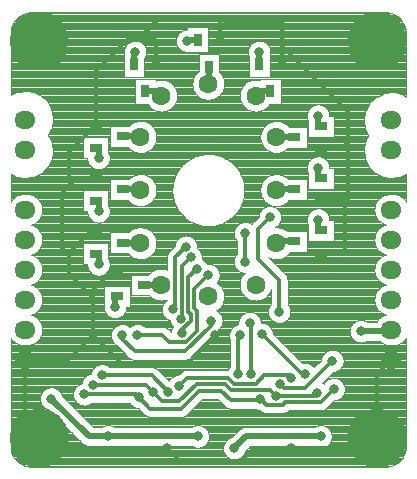
<source format=gbr>
G04 DipTrace 3.1.0.1*
G04 SerialNixieDriver.Bottom.gbr*
%MOIN*%
G04 #@! TF.FileFunction,Copper,L2,Bot*
G04 #@! TF.Part,Single*
G04 #@! TA.AperFunction,Conductor*
%ADD14C,0.011811*%
%ADD15C,0.019685*%
G04 #@! TA.AperFunction,CopperBalancing*
%ADD16C,0.003937*%
G04 #@! TA.AperFunction,ComponentPad*
%ADD18O,0.07X0.06*%
%ADD21C,0.062992*%
%ADD22C,0.19685*%
%ADD24R,0.025591X0.041339*%
%ADD26R,0.041339X0.025591*%
G04 #@! TA.AperFunction,ViaPad*
%ADD29C,0.031496*%
%FSLAX26Y26*%
G04*
G70*
G90*
G75*
G01*
G04 Bottom*
%LPD*%
X1224724Y732598D2*
D14*
Y899528D1*
X1220787Y903465D1*
X996378Y870394D2*
Y882205D1*
X1023937Y909764D1*
Y933386D1*
X1016063Y941260D1*
Y1055433D1*
X1043622Y1082992D1*
X992441Y917638D2*
X996378D1*
Y1094803D1*
X1023937Y1122362D1*
X964882Y949134D2*
X972756Y957008D1*
Y1122362D1*
X1008189Y1157795D1*
X846772Y862520D2*
X929449D1*
X953071Y838898D1*
X1008189D1*
X1044911Y875619D1*
Y943908D1*
X1035748Y953071D1*
Y1016063D1*
X1082992Y1063307D1*
X795591Y862520D2*
Y850709D1*
X837323Y808976D1*
X1006220D1*
X1090866Y893622D1*
Y909764D1*
X1092835Y911732D1*
X1181417Y732598D2*
Y846772D1*
X1193228Y858583D1*
X1189291Y862520D1*
X1405827Y732598D2*
X1394016D1*
X1260157Y866457D1*
X1205039Y1108189D2*
Y1202677D1*
X1319213Y941260D2*
Y1047559D1*
X1248346Y1118425D1*
Y1216850D1*
X1287717Y1256220D1*
X1449134Y1248346D2*
D15*
Y1222538D1*
D14*
X1458759Y1212913D1*
X771969Y957008D2*
D15*
Y986318D1*
D14*
X778092Y992441D1*
X716850Y1098740D2*
D15*
Y1124549D1*
D14*
X707226Y1134173D1*
X716850Y1275906D2*
D15*
Y1301714D1*
D14*
X707226Y1311339D1*
X716850Y1453071D2*
D15*
Y1478879D1*
D14*
X707226Y1488504D1*
X838898Y1807402D2*
D15*
X834961D1*
Y1765845D1*
X1012126Y1844409D2*
D14*
Y1848522D1*
D15*
X1047559D1*
X1252283Y1807402D2*
Y1765845D1*
X1449134Y1594803D2*
Y1568995D1*
D14*
X1458759Y1559370D1*
X1449134Y1421575D2*
D15*
Y1395766D1*
D14*
X1458759Y1386142D1*
X728661Y728661D2*
X894016D1*
X949134Y673543D1*
X472756Y781417D2*
Y595197D1*
X581811Y486142D1*
X945197D1*
X1358583D2*
X1236535D1*
X1193228Y442835D1*
X988504D1*
X945197Y486142D1*
X472756Y781417D2*
X616063D1*
X697165Y862520D1*
X778092Y1067244D2*
X750709D1*
X697165Y1013701D1*
Y988050D1*
Y862520D1*
X707226Y1208976D2*
X691654D1*
X618425Y1135748D1*
Y1129209D1*
Y1066790D1*
X697165Y988050D1*
X707226Y1386142D2*
X644409D1*
X626390Y1368122D1*
X594803Y1336535D1*
Y1152831D1*
X618425Y1129209D1*
X707226Y1563307D2*
Y1563131D1*
X618425Y1474331D1*
Y1376087D1*
X626390Y1368122D1*
X909764Y1765845D2*
Y1840472D1*
X897953Y1852283D1*
X852739D1*
X819213D1*
X708976Y1742047D1*
Y1565058D1*
X707226Y1563307D1*
X1122362Y1848522D2*
Y1923150D1*
X923605D1*
X852739Y1852283D1*
X1327087Y1765845D2*
Y1827566D1*
Y1903465D1*
X1142047D1*
X1122362Y1923150D1*
X1458759Y1484567D2*
X1526299D1*
X1547559Y1505827D1*
Y1607093D1*
X1327087Y1827566D1*
X1458759Y1311339D2*
X1547559D1*
Y1505827D1*
X1458759Y1138110D2*
X1539685D1*
Y1303465D1*
X1547559Y1311339D1*
X697165Y862520D2*
X698740D1*
X791654Y769606D1*
X1013701D1*
X1106614Y862520D1*
X1358583Y486142D2*
X1612126D1*
X1645984Y520000D1*
Y734173D1*
X1693228Y781417D1*
X1309370Y1169606D2*
D15*
Y1175512D1*
X1368207D1*
X868643Y1029843D2*
X923543D1*
D14*
X925512Y1031811D1*
X797777Y1171575D2*
D15*
X854646D1*
D14*
X856614Y1169606D1*
X797777Y1348740D2*
D15*
X854646D1*
D14*
X856614Y1346772D1*
X797777Y1525906D2*
D15*
X854646D1*
D14*
X856614Y1523937D1*
X872362Y1675294D2*
D15*
X911950D1*
D14*
X925512Y1661732D1*
X1084961Y1757971D2*
D15*
Y1703071D1*
D14*
X1082992Y1701102D1*
X1289685Y1675294D2*
D15*
X1254034D1*
D14*
X1240472Y1661732D1*
X1368207Y1521969D2*
D15*
X1311339D1*
D14*
X1309370Y1523937D1*
X1368207Y1348740D2*
D15*
X1311339D1*
D14*
X1309370Y1346772D1*
X1323150Y698740D2*
X1334961Y686929D1*
X1405827D1*
X1445197Y726299D1*
X1496378Y777480D1*
X697165Y697165D2*
X874331D1*
X897953Y673543D1*
X929449Y642047D1*
X984567D1*
X1043622Y701102D1*
X1138110D1*
X1157795Y681417D1*
X1287717D1*
X1307402Y661732D1*
X1435748D1*
X1445197Y671181D1*
X984567Y693228D2*
X1012126Y720787D1*
X1149921D1*
X1169606Y701102D1*
X1240472D1*
X1268031Y728661D1*
X1350709D1*
X1358583Y720787D1*
X669606Y665669D2*
X842835D1*
X850709Y657795D1*
X890079Y618425D1*
X992441D1*
X1051496Y677480D1*
X1126299D1*
X1157795Y645984D1*
X1252283D1*
X1256220Y649921D1*
X1257795D1*
X1275906Y631811D1*
X1331024D1*
X1338898Y639685D1*
X1457008D1*
X1500315Y682992D1*
X1457008Y525512D2*
D15*
X1208976D1*
X1169606Y486142D1*
X1047559Y525512D2*
X778802D1*
X685354D1*
X559370Y651496D1*
X748346Y525512D2*
D14*
X778802D1*
X1590866Y875906D2*
D15*
X1687717D1*
D14*
X1693228Y881417D1*
D29*
X1224724Y732598D3*
X949134Y673543D3*
X1012126Y1844409D3*
X838898Y1807402D3*
X1252283D3*
X1449134Y1594803D3*
X716850Y1453071D3*
X1449134Y1421575D3*
X716850Y1275906D3*
X1287717Y1256220D3*
X1449134Y1248346D3*
X1205039Y1202677D3*
X1008189Y1157795D3*
X1205039Y1108189D3*
X1023937Y1122362D3*
X716850Y1098740D3*
X1043622Y1082992D3*
X1082992Y1063307D3*
X771969Y957008D3*
X964882Y949134D3*
X1319213Y941260D3*
X992441Y917638D3*
X1220787Y903465D3*
X1092835Y911732D3*
X996378Y870394D3*
X1260157Y866457D3*
X697165Y862520D3*
X795591D3*
X846772D3*
X1106614D3*
X1189291D3*
X1496378Y777480D3*
X1181417Y732598D3*
X1405827D3*
X728661Y728661D3*
X1358583Y720787D3*
X1323150Y698740D3*
X697165Y697165D3*
X984567Y693228D3*
X1500315Y682992D3*
X897953Y673543D3*
X1445197Y671181D3*
X669606Y665669D3*
X1307402Y661732D3*
X850709Y657795D3*
X559370Y651496D3*
X1256220Y649921D3*
X1047559Y525512D3*
X1457008D3*
X945197Y486142D3*
X1169606D3*
X1358583D3*
X748346Y525512D3*
X1590866Y875906D3*
X520000Y1919213D3*
Y1765669D3*
X455039Y1805039D3*
Y1883780D3*
X584961Y1805039D3*
Y1883780D3*
X1645984Y1919213D3*
Y1765669D3*
X1581024Y1805039D3*
Y1883780D3*
X1710945Y1805039D3*
Y1883780D3*
X520000Y596378D3*
Y442835D3*
X455039Y482205D3*
Y560945D3*
X584961Y482205D3*
Y560945D3*
X1645984Y596378D3*
Y442835D3*
X1581024Y482205D3*
Y560945D3*
X1710945Y482205D3*
Y560945D3*
X472146Y1935486D2*
D16*
X1693839D1*
X462950Y1931680D2*
X1703028D1*
X455953Y1927874D2*
X1710031D1*
X450992Y1924068D2*
X1714992D1*
X446033Y1920262D2*
X1719951D1*
X442395Y1916457D2*
X1723589D1*
X439482Y1912651D2*
X1726503D1*
X436559Y1908845D2*
X1729425D1*
X433638Y1905039D2*
X1732346D1*
X431946Y1901234D2*
X1734038D1*
X430369Y1897428D2*
X1735615D1*
X428793Y1893622D2*
X1737192D1*
X427217Y1889816D2*
X1012559D1*
X1082559D2*
X1738768D1*
X426248Y1886010D2*
X1012559D1*
X1082559D2*
X1739736D1*
X425748Y1882205D2*
X1012559D1*
X1082559D2*
X1740236D1*
X425248Y1878399D2*
X995749D1*
X1082559D2*
X1740736D1*
X424748Y1874593D2*
X989383D1*
X1082559D2*
X1741236D1*
X424248Y1870787D2*
X984992D1*
X1082559D2*
X1741744D1*
X423941Y1866982D2*
X981717D1*
X1082559D2*
X1742043D1*
X423941Y1863176D2*
X979194D1*
X1082559D2*
X1742043D1*
X423941Y1859370D2*
X977280D1*
X1082559D2*
X1742043D1*
X423941Y1855564D2*
X975865D1*
X1082559D2*
X1742043D1*
X423941Y1851759D2*
X974896D1*
X1082559D2*
X1742043D1*
X423941Y1847953D2*
X974343D1*
X1082559D2*
X1742043D1*
X423941Y1844147D2*
X830726D1*
X847070D2*
X974173D1*
X1082559D2*
X1244112D1*
X1260455D2*
X1742043D1*
X423941Y1840341D2*
X820461D1*
X857335D2*
X974396D1*
X1082559D2*
X1233846D1*
X1270720D2*
X1742043D1*
X423941Y1836535D2*
X814801D1*
X862995D2*
X975012D1*
X1082559D2*
X1228186D1*
X1276381D2*
X1742043D1*
X423941Y1832730D2*
X810772D1*
X867024D2*
X976034D1*
X1082559D2*
X1224157D1*
X1280409D2*
X1742043D1*
X423941Y1828924D2*
X807719D1*
X870076D2*
X977518D1*
X1082559D2*
X1221105D1*
X1283462D2*
X1742043D1*
X423941Y1825118D2*
X805390D1*
X872406D2*
X979509D1*
X1082559D2*
X1218776D1*
X1285791D2*
X1742043D1*
X423941Y1821312D2*
X803613D1*
X874182D2*
X982117D1*
X1082559D2*
X1216999D1*
X1287568D2*
X1742043D1*
X423941Y1817507D2*
X802329D1*
X875466D2*
X985522D1*
X1082559D2*
X1215715D1*
X1288852D2*
X1742043D1*
X423941Y1813701D2*
X801475D1*
X876320D2*
X990106D1*
X1082559D2*
X1214861D1*
X1289706D2*
X1742043D1*
X423941Y1809895D2*
X801029D1*
X876766D2*
X996919D1*
X1082559D2*
X1214415D1*
X1290152D2*
X1742043D1*
X423941Y1806089D2*
X799961D1*
X876828D2*
X1012559D1*
X1082559D2*
X1214353D1*
X1290214D2*
X1742043D1*
X423941Y1802283D2*
X799961D1*
X876497D2*
X1214684D1*
X1289883D2*
X1742043D1*
X423941Y1798478D2*
X799961D1*
X875774D2*
X1049961D1*
X1119961D2*
X1215407D1*
X1289160D2*
X1742043D1*
X423941Y1794672D2*
X799961D1*
X874629D2*
X1049961D1*
X1119961D2*
X1216552D1*
X1288014D2*
X1742051D1*
X423941Y1790866D2*
X799961D1*
X873013D2*
X1049961D1*
X1119961D2*
X1217283D1*
X1287283D2*
X1742051D1*
X423941Y1787060D2*
X799961D1*
X870869D2*
X1049961D1*
X1119961D2*
X1217283D1*
X1287283D2*
X1742051D1*
X423941Y1783255D2*
X799961D1*
X869961D2*
X1049961D1*
X1119961D2*
X1217283D1*
X1287283D2*
X1742051D1*
X423941Y1779449D2*
X799961D1*
X869961D2*
X1049961D1*
X1119961D2*
X1217283D1*
X1287283D2*
X1742051D1*
X423941Y1775643D2*
X799961D1*
X869961D2*
X1049961D1*
X1119961D2*
X1217283D1*
X1287283D2*
X1742051D1*
X423941Y1771837D2*
X799961D1*
X869961D2*
X1049961D1*
X1119961D2*
X1217283D1*
X1287283D2*
X1742051D1*
X423941Y1768031D2*
X799961D1*
X869961D2*
X1049961D1*
X1119961D2*
X1217283D1*
X1287283D2*
X1742051D1*
X423941Y1764226D2*
X799961D1*
X869961D2*
X1049961D1*
X1119961D2*
X1217283D1*
X1287283D2*
X1742051D1*
X423941Y1760420D2*
X799961D1*
X869961D2*
X1049961D1*
X1119961D2*
X1217283D1*
X1287283D2*
X1742051D1*
X423941Y1756614D2*
X799961D1*
X869961D2*
X1049961D1*
X1119961D2*
X1217283D1*
X1287283D2*
X1742051D1*
X423941Y1752808D2*
X799961D1*
X869961D2*
X1049961D1*
X1119961D2*
X1217283D1*
X1287283D2*
X1742051D1*
X423941Y1749003D2*
X799961D1*
X869961D2*
X1049961D1*
X1119961D2*
X1217283D1*
X1287283D2*
X1742051D1*
X423941Y1745197D2*
X799961D1*
X869961D2*
X1049961D1*
X1119961D2*
X1217283D1*
X1287283D2*
X1742051D1*
X423941Y1741391D2*
X799961D1*
X869961D2*
X1047692D1*
X1119961D2*
X1217283D1*
X1287283D2*
X1742051D1*
X423941Y1737585D2*
X799961D1*
X869961D2*
X1043732D1*
X1122252D2*
X1217283D1*
X1287283D2*
X1742051D1*
X423941Y1733780D2*
X799961D1*
X869961D2*
X1040479D1*
X1125505D2*
X1217283D1*
X1287283D2*
X1742051D1*
X423941Y1729974D2*
X799961D1*
X869961D2*
X1037787D1*
X1128197D2*
X1217283D1*
X1287283D2*
X1742051D1*
X423941Y1726168D2*
X799961D1*
X869961D2*
X1035550D1*
X1130434D2*
X1217283D1*
X1287283D2*
X1742051D1*
X423941Y1722362D2*
X1033713D1*
X1132272D2*
X1742051D1*
X423941Y1718556D2*
X1032228D1*
X1133756D2*
X1742051D1*
X423941Y1714751D2*
X837362D1*
X907362D2*
X919577D1*
X931446D2*
X1031067D1*
X1134917D2*
X1234538D1*
X1246407D2*
X1254685D1*
X1324685D2*
X1742051D1*
X423941Y1710945D2*
X837362D1*
X946394D2*
X1030206D1*
X1135778D2*
X1219591D1*
X1324685D2*
X1742051D1*
X423941Y1707139D2*
X837362D1*
X953829D2*
X1029638D1*
X1136346D2*
X1212155D1*
X1324685D2*
X1742051D1*
X423941Y1703333D2*
X837362D1*
X959235D2*
X1029337D1*
X1136647D2*
X1206749D1*
X1324685D2*
X1742051D1*
X423941Y1699528D2*
X837362D1*
X963496D2*
X1029314D1*
X1136671D2*
X1202488D1*
X1324685D2*
X1742051D1*
X423941Y1695722D2*
X837362D1*
X966971D2*
X1029560D1*
X1136424D2*
X1199013D1*
X1324685D2*
X1742051D1*
X423941Y1691916D2*
X837362D1*
X969846D2*
X1030091D1*
X1135894D2*
X1196138D1*
X1324685D2*
X1742051D1*
X423941Y1688110D2*
X837362D1*
X972231D2*
X1030898D1*
X1135087D2*
X1193753D1*
X1324685D2*
X1742051D1*
X423941Y1684304D2*
X837362D1*
X974199D2*
X1032005D1*
X1133979D2*
X1191785D1*
X1324685D2*
X1742051D1*
X423941Y1680499D2*
X837362D1*
X975799D2*
X1033436D1*
X1132549D2*
X1190185D1*
X1324685D2*
X1742051D1*
X423941Y1676693D2*
X468790D1*
X476722D2*
X837362D1*
X977067D2*
X1035213D1*
X1130772D2*
X1188917D1*
X1324685D2*
X1742051D1*
X423941Y1672887D2*
X444961D1*
X500551D2*
X837362D1*
X978037D2*
X1037373D1*
X1128612D2*
X1187948D1*
X1324685D2*
X1690093D1*
X1696364D2*
X1742051D1*
X423941Y1669081D2*
X436572D1*
X508940D2*
X837362D1*
X978705D2*
X1039979D1*
X1126005D2*
X1187280D1*
X1324685D2*
X1666079D1*
X1720378D2*
X1742051D1*
X423941Y1665276D2*
X429105D1*
X516407D2*
X837362D1*
X979097D2*
X1043125D1*
X1122860D2*
X1186887D1*
X1324685D2*
X1657306D1*
X1729151D2*
X1742051D1*
X523873Y1661470D2*
X837362D1*
X979213D2*
X1046946D1*
X1119038D2*
X1186772D1*
X1324685D2*
X1649831D1*
X1736626D2*
X1742051D1*
X529525Y1657664D2*
X837362D1*
X979059D2*
X1051698D1*
X1114286D2*
X1186925D1*
X1324685D2*
X1642365D1*
X533331Y1653858D2*
X837362D1*
X978629D2*
X1057904D1*
X1108080D2*
X1187356D1*
X1324685D2*
X1636591D1*
X537138Y1650052D2*
X837362D1*
X977921D2*
X1067255D1*
X1098730D2*
X1188063D1*
X1324685D2*
X1632783D1*
X540944Y1646247D2*
X837362D1*
X976913D2*
X1189071D1*
X1324685D2*
X1628978D1*
X544751Y1642441D2*
X837362D1*
X975598D2*
X1190386D1*
X1324685D2*
X1625171D1*
X548218Y1638635D2*
X837362D1*
X973945D2*
X1192039D1*
X1324685D2*
X1621365D1*
X550286Y1634829D2*
X837362D1*
X971923D2*
X1194062D1*
X1324685D2*
X1617850D1*
X552224Y1631024D2*
X881546D1*
X969478D2*
X1196507D1*
X1284438D2*
X1438802D1*
X1459466D2*
X1615760D1*
X554169Y1627218D2*
X884491D1*
X966533D2*
X1199451D1*
X1281493D2*
X1429766D1*
X1468501D2*
X1613822D1*
X556108Y1623412D2*
X888059D1*
X962965D2*
X1203020D1*
X1277925D2*
X1424407D1*
X1473861D2*
X1611883D1*
X558045Y1619606D2*
X892449D1*
X958575D2*
X1207409D1*
X1273535D2*
X1420539D1*
X1477728D2*
X1609946D1*
X559983Y1615801D2*
X898063D1*
X952961D2*
X1213024D1*
X1267921D2*
X1417601D1*
X1480667D2*
X1608008D1*
X561467Y1611995D2*
X905937D1*
X945087D2*
X1220898D1*
X1260047D2*
X1415349D1*
X1482919D2*
X1606063D1*
X562097Y1608189D2*
X1413650D1*
X1484618D2*
X1604555D1*
X562705Y1604383D2*
X1412427D1*
X1485841D2*
X1603902D1*
X563304Y1600577D2*
X1411627D1*
X1486640D2*
X1603302D1*
X563904Y1596772D2*
X1411235D1*
X1487033D2*
X1602702D1*
X564512Y1592966D2*
X1411227D1*
X1501635D2*
X1602094D1*
X565112Y1589160D2*
X1411604D1*
X1501635D2*
X1601495D1*
X565650Y1585354D2*
X1412388D1*
X1501635D2*
X1600888D1*
X565366Y1581549D2*
X1413596D1*
X1501635D2*
X1600343D1*
X564759Y1577743D2*
X1415280D1*
X1501635D2*
X1600604D1*
X564159Y1573937D2*
X837739D1*
X875490D2*
X1290495D1*
X1328245D2*
X1415887D1*
X1501635D2*
X1601203D1*
X563559Y1570131D2*
X829618D1*
X883610D2*
X1282374D1*
X1336366D2*
X1415887D1*
X1501635D2*
X1601803D1*
X562951Y1566325D2*
X823898D1*
X889331D2*
X1276654D1*
X1342087D2*
X1415887D1*
X1501635D2*
X1602411D1*
X562352Y1562520D2*
X819438D1*
X893790D2*
X1272194D1*
X1346546D2*
X1415887D1*
X1501635D2*
X1603010D1*
X561744Y1558714D2*
X754900D1*
X897412D2*
X1268572D1*
X1350168D2*
X1415887D1*
X1501635D2*
X1603618D1*
X560744Y1554908D2*
X754900D1*
X900396D2*
X1265588D1*
X1411084D2*
X1415887D1*
X1501635D2*
X1604218D1*
X558845Y1551102D2*
X754900D1*
X902871D2*
X1263113D1*
X1411084D2*
X1415887D1*
X1501635D2*
X1605186D1*
X556907Y1547297D2*
X754900D1*
X904925D2*
X1261059D1*
X1411084D2*
X1415887D1*
X1501635D2*
X1607070D1*
X554970Y1543491D2*
X754900D1*
X906601D2*
X1259383D1*
X1411084D2*
X1415887D1*
X1501635D2*
X1609008D1*
X553031Y1539685D2*
X754900D1*
X907940D2*
X1258045D1*
X1411084D2*
X1415887D1*
X1501635D2*
X1610946D1*
X551094Y1535879D2*
X754900D1*
X908962D2*
X1257022D1*
X1411084D2*
X1415887D1*
X1501635D2*
X1612883D1*
X549148Y1532073D2*
X754900D1*
X909693D2*
X1256291D1*
X1411084D2*
X1415887D1*
X1501635D2*
X1614829D1*
X550425Y1528268D2*
X754900D1*
X910138D2*
X1255846D1*
X1411084D2*
X1415887D1*
X1501635D2*
X1615559D1*
X552362Y1524462D2*
X754900D1*
X910315D2*
X1255669D1*
X1411084D2*
X1613622D1*
X554301Y1520656D2*
X664349D1*
X750097D2*
X754900D1*
X910215D2*
X1255769D1*
X1411084D2*
X1611684D1*
X556238Y1516850D2*
X664349D1*
X750097D2*
X754900D1*
X909839D2*
X1256146D1*
X1411084D2*
X1609747D1*
X558176Y1513045D2*
X664349D1*
X750097D2*
X754900D1*
X909193D2*
X1256791D1*
X1411084D2*
X1607808D1*
X560121Y1509239D2*
X664349D1*
X750097D2*
X754900D1*
X908247D2*
X1257738D1*
X1411084D2*
X1605864D1*
X561521Y1505433D2*
X664349D1*
X750097D2*
X754900D1*
X907001D2*
X1258983D1*
X1411084D2*
X1604463D1*
X562143Y1501627D2*
X664349D1*
X750097D2*
X754900D1*
X905425D2*
X1260559D1*
X1411084D2*
X1603841D1*
X562744Y1497822D2*
X664349D1*
X750097D2*
X754900D1*
X903479D2*
X1262505D1*
X1411084D2*
X1603240D1*
X563344Y1494016D2*
X664349D1*
X750097D2*
X754900D1*
X901126D2*
X1264858D1*
X1411084D2*
X1602640D1*
X563950Y1490210D2*
X664349D1*
X750097D2*
X814940D1*
X898289D2*
X1267696D1*
X1411084D2*
X1602034D1*
X564550Y1486404D2*
X664349D1*
X750097D2*
X818369D1*
X894860D2*
X1271125D1*
X1347615D2*
X1601434D1*
X565157Y1482598D2*
X664349D1*
X750097D2*
X822567D1*
X890661D2*
X1275323D1*
X1343417D2*
X1600827D1*
X565657Y1478793D2*
X664349D1*
X750097D2*
X827873D1*
X885356D2*
X1280629D1*
X1338112D2*
X1600327D1*
X565319Y1474987D2*
X664349D1*
X750097D2*
X835117D1*
X878112D2*
X1287873D1*
X1330867D2*
X1600665D1*
X564719Y1471181D2*
X664349D1*
X750151D2*
X848573D1*
X864655D2*
X1301329D1*
X1317411D2*
X1601265D1*
X564112Y1467375D2*
X664349D1*
X751974D2*
X1601873D1*
X563512Y1463570D2*
X664349D1*
X753304D2*
X1054051D1*
X1111933D2*
X1602472D1*
X562912Y1459764D2*
X664349D1*
X754203D2*
X1041495D1*
X1124490D2*
X1603072D1*
X562306Y1455958D2*
X664349D1*
X754696D2*
X1032252D1*
X1133732D2*
X1433626D1*
X1464642D2*
X1603678D1*
X561705Y1452152D2*
X678906D1*
X754795D2*
X1024709D1*
X1141276D2*
X1426929D1*
X1471339D2*
X1604280D1*
X560629Y1448346D2*
X679197D1*
X754504D2*
X1018265D1*
X1147719D2*
X1422400D1*
X1475867D2*
X1605356D1*
X558714Y1444541D2*
X679882D1*
X753819D2*
X1012613D1*
X1153371D2*
X1419024D1*
X1479244D2*
X1607270D1*
X556777Y1440735D2*
X680982D1*
X752719D2*
X1007584D1*
X1158400D2*
X1416433D1*
X1481835D2*
X1609207D1*
X554839Y1436929D2*
X682542D1*
X751159D2*
X1003047D1*
X1162937D2*
X1414465D1*
X1483803D2*
X1611146D1*
X552894Y1433123D2*
X684634D1*
X749067D2*
X998933D1*
X1167051D2*
X1413004D1*
X1485264D2*
X1613091D1*
X550955Y1429318D2*
X687364D1*
X746337D2*
X995173D1*
X1170811D2*
X1411988D1*
X1486280D2*
X1615029D1*
X549018Y1425512D2*
X690940D1*
X742761D2*
X991728D1*
X1174256D2*
X1411388D1*
X1486879D2*
X1616966D1*
X546058Y1421706D2*
X695791D1*
X737909D2*
X988568D1*
X1177416D2*
X1411181D1*
X1487087D2*
X1619927D1*
X542251Y1417900D2*
X703273D1*
X730428D2*
X985661D1*
X1180323D2*
X1411358D1*
X1501635D2*
X1623734D1*
X538445Y1414094D2*
X982978D1*
X1183007D2*
X1411934D1*
X1501635D2*
X1627539D1*
X534646Y1410289D2*
X980509D1*
X1185475D2*
X1412919D1*
X1501635D2*
X1631339D1*
X530840Y1406483D2*
X978240D1*
X1187744D2*
X1414349D1*
X1501635D2*
X1635144D1*
X526403Y1402677D2*
X976150D1*
X1189835D2*
X1415887D1*
X1501635D2*
X1639581D1*
X423941Y1398871D2*
X426526D1*
X518983D2*
X844936D1*
X868293D2*
X974235D1*
X1191749D2*
X1297692D1*
X1321049D2*
X1415887D1*
X1501635D2*
X1647001D1*
X1739455D2*
X1742051D1*
X423941Y1395066D2*
X433996D1*
X511516D2*
X833656D1*
X879572D2*
X972490D1*
X1193495D2*
X1286412D1*
X1332328D2*
X1415887D1*
X1501635D2*
X1654469D1*
X1731988D2*
X1742051D1*
X423941Y1391260D2*
X441470D1*
X504042D2*
X826850D1*
X886378D2*
X970898D1*
X1195087D2*
X1279606D1*
X1339134D2*
X1415887D1*
X1501635D2*
X1661942D1*
X1724514D2*
X1742051D1*
X423941Y1387454D2*
X460509D1*
X485003D2*
X821776D1*
X891453D2*
X969451D1*
X1196533D2*
X1274531D1*
X1344209D2*
X1415887D1*
X1501635D2*
X1680982D1*
X1705475D2*
X1742051D1*
X423941Y1383648D2*
X817723D1*
X895505D2*
X968160D1*
X1197824D2*
X1270479D1*
X1348261D2*
X1415887D1*
X1501635D2*
X1742051D1*
X423941Y1379843D2*
X754900D1*
X898819D2*
X966999D1*
X1198986D2*
X1267165D1*
X1411084D2*
X1415887D1*
X1501635D2*
X1742051D1*
X423941Y1376037D2*
X754900D1*
X901564D2*
X965976D1*
X1200008D2*
X1264420D1*
X1411084D2*
X1415887D1*
X1501635D2*
X1742051D1*
X423941Y1372231D2*
X754900D1*
X903841D2*
X965092D1*
X1200892D2*
X1262143D1*
X1411084D2*
X1415887D1*
X1501635D2*
X1742051D1*
X423941Y1368425D2*
X754900D1*
X905717D2*
X964331D1*
X1201654D2*
X1260268D1*
X1411084D2*
X1415887D1*
X1501635D2*
X1742051D1*
X423941Y1364619D2*
X754900D1*
X907239D2*
X963693D1*
X1202291D2*
X1258745D1*
X1411084D2*
X1415887D1*
X1501635D2*
X1742051D1*
X423941Y1360814D2*
X754900D1*
X908432D2*
X963185D1*
X1202799D2*
X1257552D1*
X1411084D2*
X1415887D1*
X1501635D2*
X1742051D1*
X423941Y1357008D2*
X754900D1*
X909323D2*
X962801D1*
X1203184D2*
X1256661D1*
X1411084D2*
X1415887D1*
X1501635D2*
X1742051D1*
X423941Y1353202D2*
X754900D1*
X909923D2*
X962531D1*
X1203453D2*
X1256062D1*
X1411084D2*
X1415887D1*
X1501635D2*
X1742051D1*
X423941Y1349396D2*
X754900D1*
X910253D2*
X962392D1*
X1203592D2*
X1255731D1*
X1411084D2*
X1742051D1*
X423941Y1345591D2*
X664349D1*
X750097D2*
X754900D1*
X910299D2*
X962370D1*
X1203614D2*
X1255685D1*
X1411084D2*
X1742051D1*
X423941Y1341785D2*
X664349D1*
X750097D2*
X754900D1*
X910084D2*
X962462D1*
X1203522D2*
X1255900D1*
X1411084D2*
X1742051D1*
X423941Y1337979D2*
X664349D1*
X750097D2*
X754900D1*
X909584D2*
X962685D1*
X1203299D2*
X1256400D1*
X1411084D2*
X1742051D1*
X423941Y1334173D2*
X664349D1*
X750097D2*
X754900D1*
X908808D2*
X963024D1*
X1202961D2*
X1257176D1*
X1411084D2*
X1742051D1*
X423941Y1330367D2*
X450382D1*
X495130D2*
X664349D1*
X750097D2*
X754900D1*
X907731D2*
X963484D1*
X1202500D2*
X1258253D1*
X1411084D2*
X1670854D1*
X1715602D2*
X1742051D1*
X423941Y1326562D2*
X441938D1*
X503573D2*
X664349D1*
X750097D2*
X754900D1*
X906332D2*
X964070D1*
X1201915D2*
X1259652D1*
X1411084D2*
X1662411D1*
X1724046D2*
X1742051D1*
X423941Y1322756D2*
X436126D1*
X509386D2*
X664349D1*
X750097D2*
X754900D1*
X904602D2*
X964785D1*
X1201199D2*
X1261382D1*
X1411084D2*
X1656598D1*
X1729858D2*
X1742051D1*
X423941Y1318950D2*
X431643D1*
X513869D2*
X664349D1*
X750097D2*
X754900D1*
X902479D2*
X965622D1*
X1200362D2*
X1263505D1*
X1411084D2*
X1652115D1*
X1734341D2*
X1742051D1*
X423941Y1315144D2*
X428029D1*
X517483D2*
X664349D1*
X750097D2*
X754900D1*
X899919D2*
X966598D1*
X1199386D2*
X1266066D1*
X1411084D2*
X1648501D1*
X1737955D2*
X1742051D1*
X520444Y1311339D2*
X664349D1*
X750097D2*
X816392D1*
X896836D2*
X967698D1*
X1198286D2*
X1269148D1*
X1349592D2*
X1645541D1*
X522896Y1307533D2*
X664349D1*
X750097D2*
X820138D1*
X893091D2*
X968945D1*
X1197039D2*
X1272894D1*
X1345846D2*
X1643088D1*
X524911Y1303727D2*
X664349D1*
X750097D2*
X824774D1*
X888454D2*
X970328D1*
X1195656D2*
X1277530D1*
X1341210D2*
X1641073D1*
X526542Y1299921D2*
X664349D1*
X750097D2*
X830787D1*
X882441D2*
X971866D1*
X1194118D2*
X1283543D1*
X1335197D2*
X1639442D1*
X527833Y1296115D2*
X664349D1*
X750097D2*
X839623D1*
X873605D2*
X973550D1*
X1192434D2*
X1292379D1*
X1326361D2*
X1638151D1*
X528802Y1292310D2*
X664349D1*
X751028D2*
X975403D1*
X1190581D2*
X1276915D1*
X1298518D2*
X1637182D1*
X529471Y1288504D2*
X664349D1*
X752627D2*
X977425D1*
X1188559D2*
X1268126D1*
X1307307D2*
X1636513D1*
X529856Y1284698D2*
X664349D1*
X753757D2*
X979625D1*
X1186360D2*
X1262836D1*
X1312597D2*
X1439294D1*
X1458974D2*
X1636129D1*
X529955Y1280892D2*
X664349D1*
X754472D2*
X982016D1*
X1183969D2*
X1259007D1*
X1316427D2*
X1429997D1*
X1468270D2*
X1636029D1*
X529778Y1277087D2*
X664349D1*
X754787D2*
X984615D1*
X1181369D2*
X1256092D1*
X1319341D2*
X1424560D1*
X1473707D2*
X1636206D1*
X529318Y1273281D2*
X678990D1*
X754711D2*
X987437D1*
X1178547D2*
X1253862D1*
X1321571D2*
X1420655D1*
X1477613D2*
X1636667D1*
X528564Y1269475D2*
X679451D1*
X754249D2*
X990497D1*
X1175487D2*
X1252178D1*
X1323255D2*
X1417686D1*
X1480581D2*
X1637420D1*
X527510Y1265669D2*
X680320D1*
X753381D2*
X993835D1*
X1172150D2*
X1250971D1*
X1324462D2*
X1415417D1*
X1482850D2*
X1638474D1*
X526126Y1261864D2*
X681619D1*
X752081D2*
X997465D1*
X1168520D2*
X1250186D1*
X1325247D2*
X1413696D1*
X1484572D2*
X1639858D1*
X524396Y1258058D2*
X683411D1*
X750290D2*
X1001440D1*
X1164545D2*
X1249810D1*
X1325623D2*
X1412458D1*
X1485810D2*
X1641588D1*
X522266Y1254252D2*
X685764D1*
X747937D2*
X1005807D1*
X1160177D2*
X1246157D1*
X1325615D2*
X1411650D1*
X1486618D2*
X1643718D1*
X519682Y1250446D2*
X688840D1*
X744861D2*
X1010636D1*
X1155348D2*
X1242350D1*
X1325223D2*
X1411243D1*
X1487025D2*
X1646302D1*
X516552Y1246640D2*
X692916D1*
X740785D2*
X1016034D1*
X1149950D2*
X1238545D1*
X1324424D2*
X1411219D1*
X1501635D2*
X1649432D1*
X512731Y1242835D2*
X698652D1*
X735049D2*
X1022148D1*
X1143836D2*
X1234739D1*
X1323201D2*
X1411588D1*
X1501635D2*
X1653253D1*
X507941Y1239029D2*
X709332D1*
X724369D2*
X1029230D1*
X1136755D2*
X1195199D1*
X1214879D2*
X1230932D1*
X1321501D2*
X1412357D1*
X1501635D2*
X1658043D1*
X501612Y1235223D2*
X1037727D1*
X1128257D2*
X1185903D1*
X1224176D2*
X1227202D1*
X1319249D2*
X1413550D1*
X1501635D2*
X1664373D1*
X491731Y1231417D2*
X1048684D1*
X1117301D2*
X1180466D1*
X1316311D2*
X1415210D1*
X1501635D2*
X1674253D1*
X501612Y1227612D2*
X1066547D1*
X1099437D2*
X1176560D1*
X1312444D2*
X1415887D1*
X1501635D2*
X1664373D1*
X507941Y1223806D2*
X1173592D1*
X1307084D2*
X1415887D1*
X1501635D2*
X1658043D1*
X512731Y1220000D2*
X838839D1*
X874390D2*
X1171323D1*
X1327146D2*
X1415887D1*
X1501635D2*
X1653253D1*
X516552Y1216194D2*
X830311D1*
X882917D2*
X1169601D1*
X1335673D2*
X1415887D1*
X1501635D2*
X1649432D1*
X519682Y1212388D2*
X824421D1*
X888807D2*
X1168364D1*
X1341563D2*
X1415887D1*
X1501635D2*
X1646302D1*
X522266Y1208583D2*
X819853D1*
X893375D2*
X1167555D1*
X1411084D2*
X1415887D1*
X1501635D2*
X1643718D1*
X524396Y1204777D2*
X754900D1*
X897066D2*
X1167148D1*
X1411084D2*
X1415887D1*
X1501635D2*
X1641588D1*
X526126Y1200971D2*
X754900D1*
X900112D2*
X1167125D1*
X1411084D2*
X1415887D1*
X1501635D2*
X1639858D1*
X527510Y1197165D2*
X754900D1*
X902640D2*
X1167493D1*
X1411084D2*
X1415887D1*
X1501635D2*
X1638474D1*
X528564Y1193360D2*
X754900D1*
X904732D2*
X995719D1*
X1020659D2*
X1168262D1*
X1411084D2*
X1415887D1*
X1501635D2*
X1637420D1*
X529318Y1189554D2*
X754900D1*
X906440D2*
X987745D1*
X1028633D2*
X1169455D1*
X1411084D2*
X1415887D1*
X1501635D2*
X1636667D1*
X529778Y1185748D2*
X754900D1*
X907816D2*
X982709D1*
X1033669D2*
X1171115D1*
X1411084D2*
X1415887D1*
X1501635D2*
X1636206D1*
X529955Y1181942D2*
X754900D1*
X908870D2*
X979025D1*
X1037353D2*
X1173331D1*
X1411084D2*
X1415887D1*
X1501635D2*
X1636029D1*
X529856Y1178136D2*
X754900D1*
X909631D2*
X976218D1*
X1040160D2*
X1176214D1*
X1411084D2*
X1636129D1*
X529471Y1174331D2*
X754900D1*
X910108D2*
X974073D1*
X1042304D2*
X1176929D1*
X1411084D2*
X1636513D1*
X528802Y1170525D2*
X754900D1*
X910307D2*
X972458D1*
X1043920D2*
X1176929D1*
X1411084D2*
X1637182D1*
X527833Y1166719D2*
X664349D1*
X750097D2*
X754900D1*
X910239D2*
X971312D1*
X1045066D2*
X1176929D1*
X1411084D2*
X1638151D1*
X526542Y1162913D2*
X664349D1*
X750097D2*
X754900D1*
X909892D2*
X970589D1*
X1045789D2*
X1176929D1*
X1411084D2*
X1639442D1*
X524911Y1159108D2*
X664349D1*
X750097D2*
X754900D1*
X909269D2*
X969913D1*
X1046119D2*
X1176929D1*
X1411084D2*
X1641073D1*
X522896Y1155302D2*
X664349D1*
X750097D2*
X754900D1*
X908362D2*
X966106D1*
X1046058D2*
X1176929D1*
X1411084D2*
X1643088D1*
X520444Y1151496D2*
X664349D1*
X750097D2*
X754900D1*
X907147D2*
X962301D1*
X1048034D2*
X1176929D1*
X1411084D2*
X1645541D1*
X517483Y1147690D2*
X664349D1*
X750097D2*
X754900D1*
X905601D2*
X958495D1*
X1052063D2*
X1176929D1*
X1411084D2*
X1648501D1*
X513869Y1143885D2*
X664349D1*
X750097D2*
X754900D1*
X903702D2*
X954688D1*
X1055115D2*
X1176929D1*
X1411084D2*
X1652115D1*
X509386Y1140079D2*
X664349D1*
X750097D2*
X754900D1*
X901387D2*
X951043D1*
X1057445D2*
X1176929D1*
X1354143D2*
X1656598D1*
X503573Y1136273D2*
X664349D1*
X750097D2*
X814625D1*
X898604D2*
X948390D1*
X1059222D2*
X1176929D1*
X1351360D2*
X1662411D1*
X495130Y1132467D2*
X664349D1*
X750097D2*
X817976D1*
X895252D2*
X946552D1*
X1060505D2*
X1175991D1*
X1348008D2*
X1670854D1*
X499421Y1128661D2*
X664349D1*
X750097D2*
X822083D1*
X891146D2*
X945369D1*
X1061360D2*
X1173154D1*
X1343902D2*
X1666563D1*
X506387Y1124856D2*
X664349D1*
X750097D2*
X827259D1*
X885970D2*
X944761D1*
X1061806D2*
X1170986D1*
X1338726D2*
X1659597D1*
X511524Y1121050D2*
X664349D1*
X750097D2*
X834224D1*
X879004D2*
X944646D1*
X1061867D2*
X1169354D1*
X1331760D2*
X1654461D1*
X515576Y1117244D2*
X664349D1*
X750097D2*
X846228D1*
X867000D2*
X944646D1*
X1061537D2*
X1168194D1*
X1289122D2*
X1298984D1*
X1319756D2*
X1650408D1*
X518883Y1113438D2*
X664349D1*
X751804D2*
X944646D1*
X1066012D2*
X1167455D1*
X1292928D2*
X1647101D1*
X521605Y1109633D2*
X664349D1*
X753189D2*
X944646D1*
X1070495D2*
X1167117D1*
X1296726D2*
X1644379D1*
X523850Y1105827D2*
X664349D1*
X754126D2*
X944646D1*
X1073840D2*
X1167163D1*
X1300533D2*
X1642134D1*
X525688Y1102021D2*
X664349D1*
X754657D2*
X944646D1*
X1076400D2*
X1167594D1*
X1304339D2*
X1640297D1*
X527164Y1098215D2*
X678898D1*
X754803D2*
X944646D1*
X1097247D2*
X1168432D1*
X1308146D2*
X1638820D1*
X528302Y1094409D2*
X679151D1*
X754550D2*
X944646D1*
X1104444D2*
X1169709D1*
X1311951D2*
X1637682D1*
X529140Y1090604D2*
X679790D1*
X753911D2*
X944646D1*
X1109188D2*
X1171454D1*
X1315757D2*
X1636844D1*
X529678Y1086798D2*
X680850D1*
X752850D2*
X944646D1*
X1112694D2*
X1173777D1*
X1319564D2*
X1636306D1*
X529940Y1082992D2*
X682358D1*
X751343D2*
X910213D1*
X940811D2*
X944646D1*
X1115370D2*
X1176790D1*
X1323370D2*
X1636045D1*
X529909Y1079186D2*
X684387D1*
X749314D2*
X900677D1*
X1117424D2*
X1180781D1*
X1327177D2*
X1636075D1*
X529609Y1075381D2*
X687049D1*
X746652D2*
X894403D1*
X1118954D2*
X1186364D1*
X1330983D2*
X1636375D1*
X529017Y1071575D2*
X690516D1*
X743185D2*
X889612D1*
X1120022D2*
X1196276D1*
X1334789D2*
X1636967D1*
X528133Y1067769D2*
X695207D1*
X738493D2*
X885768D1*
X1120676D2*
X1200728D1*
X1338596D2*
X1637852D1*
X526933Y1063963D2*
X702273D1*
X731428D2*
X825766D1*
X1120937D2*
X1197560D1*
X1341948D2*
X1639051D1*
X525396Y1060157D2*
X825766D1*
X1120815D2*
X1194930D1*
X1344294D2*
X1640588D1*
X523496Y1056352D2*
X825766D1*
X1120291D2*
X1192753D1*
X1345892D2*
X1642488D1*
X521175Y1052546D2*
X825766D1*
X1119369D2*
X1190970D1*
X1346869D2*
X1644810D1*
X518360Y1048740D2*
X825766D1*
X1118008D2*
X1189531D1*
X1347301D2*
X1647625D1*
X514938Y1044934D2*
X825766D1*
X1116147D2*
X1188409D1*
X1347323D2*
X1651046D1*
X510724Y1041129D2*
X825766D1*
X1113694D2*
X1187594D1*
X1347323D2*
X1655260D1*
X505357Y1037323D2*
X825766D1*
X1112148D2*
X1187056D1*
X1347323D2*
X1660627D1*
X497898Y1033517D2*
X825766D1*
X1117362D2*
X1186802D1*
X1347323D2*
X1668087D1*
X496913Y1029711D2*
X825766D1*
X1121499D2*
X1186810D1*
X1347323D2*
X1669071D1*
X504703Y1025906D2*
X735215D1*
X820963D2*
X825766D1*
X1124882D2*
X1187102D1*
X1347323D2*
X1661281D1*
X510232Y1022100D2*
X735215D1*
X820963D2*
X825766D1*
X1127681D2*
X1187664D1*
X1347323D2*
X1655752D1*
X514546Y1018294D2*
X735215D1*
X820963D2*
X825766D1*
X1130003D2*
X1188517D1*
X1347323D2*
X1651438D1*
X518037Y1014488D2*
X735215D1*
X820963D2*
X825766D1*
X1131917D2*
X1189663D1*
X1347323D2*
X1647948D1*
X520906Y1010682D2*
X735215D1*
X820963D2*
X825766D1*
X1133471D2*
X1191139D1*
X1347323D2*
X1645079D1*
X523273Y1006877D2*
X735215D1*
X820963D2*
X825766D1*
X1134702D2*
X1192962D1*
X1287983D2*
X1291102D1*
X1347323D2*
X1642711D1*
X525219Y1003071D2*
X735215D1*
X820963D2*
X825766D1*
X1135625D2*
X1195184D1*
X1285761D2*
X1291102D1*
X1347323D2*
X1640765D1*
X526787Y999265D2*
X735215D1*
X820963D2*
X825766D1*
X1136255D2*
X1197860D1*
X1283085D2*
X1291102D1*
X1347323D2*
X1639197D1*
X528018Y995459D2*
X735215D1*
X820963D2*
X825766D1*
X1136609D2*
X1201089D1*
X1279856D2*
X1291102D1*
X1347323D2*
X1637966D1*
X528941Y991654D2*
X735215D1*
X820963D2*
X890058D1*
X1136685D2*
X1205018D1*
X1275927D2*
X1291102D1*
X1347323D2*
X1637043D1*
X529563Y987848D2*
X735215D1*
X820963D2*
X894971D1*
X1136493D2*
X1209932D1*
X1271013D2*
X1291102D1*
X1347323D2*
X1636421D1*
X529894Y984042D2*
X735215D1*
X820963D2*
X901462D1*
X1136024D2*
X1216423D1*
X1264522D2*
X1291102D1*
X1347323D2*
X1636091D1*
X529948Y980236D2*
X735215D1*
X820963D2*
X911642D1*
X939382D2*
X943430D1*
X1135278D2*
X1226602D1*
X1254343D2*
X1291102D1*
X1347323D2*
X1636037D1*
X529717Y976430D2*
X735215D1*
X820963D2*
X938686D1*
X1134232D2*
X1291102D1*
X1347323D2*
X1636268D1*
X529210Y972625D2*
X735215D1*
X820963D2*
X935180D1*
X1132871D2*
X1291102D1*
X1347323D2*
X1636774D1*
X528403Y968819D2*
X735215D1*
X820963D2*
X932504D1*
X1131172D2*
X1291102D1*
X1347323D2*
X1637581D1*
X527295Y965013D2*
X734877D1*
X820963D2*
X930450D1*
X1129096D2*
X1289726D1*
X1348699D2*
X1638689D1*
X525857Y961207D2*
X734255D1*
X820963D2*
X928920D1*
X1126581D2*
X1286996D1*
X1351429D2*
X1640127D1*
X524058Y957402D2*
X734016D1*
X809921D2*
X927852D1*
X1123559D2*
X1284904D1*
X1353521D2*
X1641927D1*
X521858Y953596D2*
X734169D1*
X809768D2*
X927198D1*
X1119891D2*
X1283344D1*
X1355081D2*
X1644126D1*
X519190Y949790D2*
X734715D1*
X809222D2*
X926937D1*
X1115362D2*
X1282244D1*
X1356181D2*
X1646794D1*
X515953Y945984D2*
X735669D1*
X808268D2*
X927059D1*
X1109526D2*
X1281559D1*
X1356866D2*
X1650031D1*
X511986Y942178D2*
X737068D1*
X806869D2*
X927583D1*
X1115224D2*
X1281268D1*
X1357157D2*
X1653999D1*
X506987Y938373D2*
X738967D1*
X804970D2*
X928505D1*
X1119707D2*
X1206533D1*
X1235042D2*
X1281367D1*
X1357058D2*
X1658997D1*
X500274Y934567D2*
X741459D1*
X802478D2*
X929866D1*
X1123052D2*
X1199336D1*
X1242239D2*
X1281860D1*
X1356566D2*
X1665710D1*
X493946Y930761D2*
X744711D1*
X799226D2*
X931727D1*
X1125613D2*
X1194592D1*
X1246983D2*
X1282759D1*
X1355667D2*
X1672038D1*
X502858Y926955D2*
X749049D1*
X794888D2*
X934180D1*
X1127566D2*
X1191085D1*
X1250490D2*
X1284089D1*
X1354336D2*
X1663126D1*
X508856Y923150D2*
X755315D1*
X788622D2*
X937371D1*
X1129012D2*
X1188409D1*
X1253165D2*
X1285912D1*
X1352513D2*
X1657129D1*
X513446Y919344D2*
X941615D1*
X1130010D2*
X1186356D1*
X1255219D2*
X1288319D1*
X1350106D2*
X1652538D1*
X517138Y915538D2*
X947698D1*
X1130596D2*
X1184825D1*
X1256749D2*
X1291449D1*
X1346976D2*
X1648846D1*
X520167Y911732D2*
X954957D1*
X1130787D2*
X1183757D1*
X1257818D2*
X1295608D1*
X1342818D2*
X1579196D1*
X1602537D2*
X1645818D1*
X522665Y907927D2*
X955765D1*
X1130596D2*
X1183104D1*
X1258471D2*
X1301513D1*
X1336912D2*
X1570845D1*
X1610887D2*
X1643319D1*
X524719Y904121D2*
X957003D1*
X1130010D2*
X1182843D1*
X1258732D2*
X1313217D1*
X1325209D2*
X1565685D1*
X526387Y900315D2*
X958724D1*
X1129012D2*
X1182965D1*
X1276811D2*
X1561925D1*
X527710Y896509D2*
X779214D1*
X811967D2*
X830395D1*
X863148D2*
X960993D1*
X1127566D2*
X1172915D1*
X1283077D2*
X1559072D1*
X528718Y892703D2*
X772848D1*
X818333D2*
X824029D1*
X869514D2*
X963962D1*
X1125613D2*
X1166549D1*
X1287415D2*
X1556881D1*
X529417Y888898D2*
X768457D1*
X938350D2*
X963301D1*
X1123052D2*
X1162157D1*
X1290667D2*
X1555235D1*
X529832Y885092D2*
X765181D1*
X945925D2*
X961424D1*
X1119707D2*
X1158882D1*
X1293159D2*
X1554051D1*
X529963Y881286D2*
X762659D1*
X950269D2*
X960039D1*
X1116077D2*
X1156360D1*
X1295058D2*
X1553298D1*
X529810Y877480D2*
X760744D1*
X954076D2*
X959102D1*
X1113794D2*
X1154445D1*
X1296457D2*
X1552944D1*
X529379Y873675D2*
X759329D1*
X1110510D2*
X1153030D1*
X1297411D2*
X1552983D1*
X528656Y869869D2*
X758361D1*
X1106705D2*
X1152062D1*
X1297957D2*
X1553406D1*
X527634Y866063D2*
X757807D1*
X1102898D2*
X1151508D1*
X1300140D2*
X1554228D1*
X526287Y862257D2*
X757638D1*
X1099092D2*
X1151339D1*
X1303946D2*
X1555482D1*
X524596Y858451D2*
X757861D1*
X1095285D2*
X1151562D1*
X1307753D2*
X1557211D1*
X522504Y854646D2*
X758476D1*
X1091479D2*
X1152177D1*
X1311559D2*
X1559510D1*
X519975Y850840D2*
X759499D1*
X1087673D2*
X1153199D1*
X1315366D2*
X1562503D1*
X423941Y847034D2*
X428605D1*
X516907D2*
X760983D1*
X1083866D2*
X1153307D1*
X1319172D2*
X1566446D1*
X1737379D2*
X1742051D1*
X423941Y843228D2*
X432350D1*
X513161D2*
X762974D1*
X1080060D2*
X1153307D1*
X1322978D2*
X1571953D1*
X1609780D2*
X1652823D1*
X1733634D2*
X1742051D1*
X423941Y839423D2*
X437017D1*
X508495D2*
X765581D1*
X1076253D2*
X1153307D1*
X1326785D2*
X1581549D1*
X1600184D2*
X1657490D1*
X1728967D2*
X1742051D1*
X423941Y835617D2*
X443138D1*
X502374D2*
X768987D1*
X1072455D2*
X1153307D1*
X1330591D2*
X1663610D1*
X1722846D2*
X1742051D1*
X423941Y831811D2*
X452412D1*
X493100D2*
X773571D1*
X1068650D2*
X1153307D1*
X1334398D2*
X1672885D1*
X1713572D2*
X1742051D1*
X423941Y828005D2*
X778707D1*
X1064843D2*
X1153307D1*
X1338203D2*
X1742051D1*
X423941Y824199D2*
X782505D1*
X1061037D2*
X1153307D1*
X1342001D2*
X1742051D1*
X423941Y820394D2*
X786311D1*
X1057230D2*
X1153307D1*
X1345808D2*
X1742051D1*
X423941Y816588D2*
X790118D1*
X1053424D2*
X1153307D1*
X1349614D2*
X1742051D1*
X423941Y812782D2*
X793924D1*
X1049618D2*
X1153307D1*
X1353421D2*
X1483161D1*
X1509594D2*
X1742051D1*
X423941Y808976D2*
X797731D1*
X1045811D2*
X1153307D1*
X1357227D2*
X1475518D1*
X1517238D2*
X1742051D1*
X423941Y805171D2*
X801537D1*
X1042005D2*
X1153307D1*
X1361033D2*
X1470605D1*
X1522151D2*
X1742051D1*
X423941Y801365D2*
X805343D1*
X1038198D2*
X1153307D1*
X1364840D2*
X1466999D1*
X1525757D2*
X1742051D1*
X423941Y797559D2*
X809150D1*
X1034392D2*
X1153307D1*
X1368646D2*
X1464245D1*
X1528510D2*
X1742051D1*
X423941Y793753D2*
X812955D1*
X1030587D2*
X1153307D1*
X1372453D2*
X1462131D1*
X1530625D2*
X1742051D1*
X423941Y789948D2*
X816762D1*
X1026780D2*
X1153307D1*
X1376259D2*
X1460555D1*
X1532201D2*
X1742051D1*
X423941Y786142D2*
X821222D1*
X1022320D2*
X1153307D1*
X1380064D2*
X1459440D1*
X1533316D2*
X1742051D1*
X423941Y782336D2*
X829281D1*
X1014261D2*
X1153307D1*
X1383871D2*
X1458740D1*
X1534016D2*
X1742051D1*
X423941Y778530D2*
X1153307D1*
X1387677D2*
X1457841D1*
X1534315D2*
X1742051D1*
X423941Y774724D2*
X1153307D1*
X1391484D2*
X1454034D1*
X1534231D2*
X1742051D1*
X423941Y770919D2*
X1153307D1*
X1395290D2*
X1450228D1*
X1533755D2*
X1742051D1*
X423941Y767113D2*
X1153307D1*
X1421034D2*
X1446421D1*
X1532870D2*
X1742051D1*
X423941Y763307D2*
X713761D1*
X743562D2*
X1153307D1*
X1427846D2*
X1442615D1*
X1531555D2*
X1742051D1*
X423941Y759501D2*
X706833D1*
X750490D2*
X1153307D1*
X1432430D2*
X1438810D1*
X1529748D2*
X1742051D1*
X423941Y755696D2*
X702197D1*
X900526D2*
X1151408D1*
X1527365D2*
X1742051D1*
X423941Y751890D2*
X698752D1*
X909530D2*
X1148801D1*
X1524265D2*
X1742051D1*
X423941Y748084D2*
X696122D1*
X914182D2*
X1006923D1*
X1520151D2*
X1742051D1*
X423941Y744278D2*
X694108D1*
X917990D2*
X997018D1*
X1514331D2*
X1742051D1*
X423941Y740472D2*
X692615D1*
X921795D2*
X992220D1*
X1503181D2*
X1742051D1*
X423941Y736667D2*
X691570D1*
X925602D2*
X988413D1*
X1495154D2*
X1742051D1*
X423941Y732861D2*
X685088D1*
X929408D2*
X984608D1*
X1491346D2*
X1742051D1*
X423941Y729055D2*
X676929D1*
X933214D2*
X972896D1*
X1487541D2*
X1742051D1*
X423941Y725249D2*
X671831D1*
X937021D2*
X964546D1*
X1483734D2*
X1742051D1*
X423941Y721444D2*
X668117D1*
X940827D2*
X959386D1*
X1479936D2*
X1742051D1*
X423941Y717638D2*
X665280D1*
X944634D2*
X955626D1*
X1476130D2*
X1485415D1*
X1515215D2*
X1742051D1*
X423941Y713832D2*
X663112D1*
X948440D2*
X952773D1*
X1472323D2*
X1478487D1*
X1522143D2*
X1742051D1*
X423941Y710026D2*
X661480D1*
X1468517D2*
X1473850D1*
X1526780D2*
X1742051D1*
X423941Y706220D2*
X660320D1*
X1464710D2*
X1470406D1*
X1530224D2*
X1742051D1*
X423941Y702415D2*
X659581D1*
X1532854D2*
X1742051D1*
X423941Y698609D2*
X651169D1*
X1534869D2*
X1742051D1*
X423941Y694803D2*
X645509D1*
X1536361D2*
X1742051D1*
X423941Y690997D2*
X641480D1*
X1537407D2*
X1742051D1*
X423941Y687192D2*
X547293D1*
X571448D2*
X638428D1*
X1538029D2*
X1742051D1*
X423941Y683386D2*
X539134D1*
X579606D2*
X636098D1*
X1538268D2*
X1742051D1*
X423941Y679580D2*
X534035D1*
X584705D2*
X634322D1*
X1538114D2*
X1742051D1*
X423941Y675774D2*
X530322D1*
X588419D2*
X633038D1*
X1537568D2*
X1742051D1*
X423941Y671969D2*
X527484D1*
X591256D2*
X632184D1*
X1536614D2*
X1742051D1*
X423941Y668163D2*
X525316D1*
X593424D2*
X631738D1*
X1535215D2*
X1742051D1*
X423941Y664357D2*
X523685D1*
X595055D2*
X631676D1*
X1533316D2*
X1742051D1*
X423941Y660551D2*
X522525D1*
X596215D2*
X632007D1*
X1530824D2*
X1742051D1*
X423941Y656745D2*
X521786D1*
X599276D2*
X632730D1*
X1527572D2*
X1742051D1*
X423941Y652940D2*
X521448D1*
X603083D2*
X633875D1*
X1523235D2*
X1742051D1*
X423941Y649134D2*
X521493D1*
X606888D2*
X635491D1*
X1062744D2*
X1115051D1*
X1516969D2*
X1742051D1*
X423941Y645328D2*
X521925D1*
X610696D2*
X637635D1*
X1058937D2*
X1118858D1*
X1502243D2*
X1742051D1*
X423941Y641522D2*
X522762D1*
X614501D2*
X640442D1*
X1055131D2*
X1122664D1*
X1498437D2*
X1742051D1*
X423941Y637717D2*
X524039D1*
X618307D2*
X644126D1*
X695087D2*
X818576D1*
X1051324D2*
X1126471D1*
X1494630D2*
X1742051D1*
X423941Y633911D2*
X525785D1*
X622114D2*
X649163D1*
X690050D2*
X821329D1*
X1047518D2*
X1130277D1*
X1490824D2*
X1742051D1*
X423941Y630105D2*
X528108D1*
X625920D2*
X657136D1*
X682076D2*
X824936D1*
X1043713D2*
X1134083D1*
X1487017D2*
X1742051D1*
X423941Y626299D2*
X531121D1*
X629727D2*
X829849D1*
X1039906D2*
X1137890D1*
X1483211D2*
X1742051D1*
X423941Y622493D2*
X535112D1*
X633533D2*
X837492D1*
X1036100D2*
X1142688D1*
X1479406D2*
X1742051D1*
X423941Y618688D2*
X540694D1*
X637339D2*
X850227D1*
X1032293D2*
X1152592D1*
X1475491D2*
X1742051D1*
X423941Y614882D2*
X550606D1*
X641146D2*
X854033D1*
X1028487D2*
X1242304D1*
X1469770D2*
X1742051D1*
X423941Y611076D2*
X554629D1*
X644951D2*
X857839D1*
X1024681D2*
X1257122D1*
X1349807D2*
X1742051D1*
X423941Y607270D2*
X558434D1*
X648757D2*
X861646D1*
X1020874D2*
X1262629D1*
X1344301D2*
X1742051D1*
X423941Y603465D2*
X562240D1*
X652564D2*
X865451D1*
X1017068D2*
X1742051D1*
X423941Y599659D2*
X566047D1*
X656362D2*
X869259D1*
X1013261D2*
X1742051D1*
X423941Y595853D2*
X569853D1*
X660169D2*
X873602D1*
X1008917D2*
X1742051D1*
X423941Y592047D2*
X573659D1*
X663975D2*
X881177D1*
X1001343D2*
X1742051D1*
X423941Y588241D2*
X577466D1*
X667782D2*
X1742051D1*
X423941Y584436D2*
X581272D1*
X671588D2*
X1742051D1*
X423941Y580630D2*
X585079D1*
X675394D2*
X1742051D1*
X423941Y576824D2*
X588885D1*
X679201D2*
X1742051D1*
X423941Y573018D2*
X592690D1*
X683007D2*
X1742051D1*
X423941Y569213D2*
X596497D1*
X686814D2*
X1742051D1*
X423941Y565407D2*
X600303D1*
X690619D2*
X1742051D1*
X423941Y561601D2*
X604110D1*
X694425D2*
X737545D1*
X759148D2*
X1036757D1*
X1058361D2*
X1446206D1*
X1467810D2*
X1742051D1*
X423941Y557795D2*
X607908D1*
X698232D2*
X728756D1*
X767937D2*
X1027969D1*
X1067150D2*
X1437417D1*
X1476598D2*
X1742051D1*
X423941Y553990D2*
X611715D1*
X1072440D2*
X1194761D1*
X1481888D2*
X1742051D1*
X423941Y550184D2*
X615521D1*
X1076269D2*
X1188756D1*
X1485718D2*
X1742051D1*
X423941Y546378D2*
X619327D1*
X1079184D2*
X1184680D1*
X1488633D2*
X1742051D1*
X423941Y542572D2*
X623134D1*
X1081413D2*
X1180882D1*
X1490862D2*
X1742051D1*
X423941Y538766D2*
X626940D1*
X1083097D2*
X1177075D1*
X1492546D2*
X1742051D1*
X423941Y534961D2*
X630745D1*
X1084304D2*
X1173269D1*
X1493753D2*
X1742051D1*
X423941Y531155D2*
X634552D1*
X1085089D2*
X1169462D1*
X1494538D2*
X1742051D1*
X423941Y527349D2*
X638358D1*
X1085466D2*
X1165656D1*
X1494915D2*
X1742051D1*
X423941Y523543D2*
X642165D1*
X1085458D2*
X1161850D1*
X1494907D2*
X1742051D1*
X423941Y519738D2*
X645971D1*
X1085066D2*
X1152423D1*
X1494514D2*
X1742051D1*
X423941Y515932D2*
X649777D1*
X1084266D2*
X1146340D1*
X1493715D2*
X1742051D1*
X423941Y512126D2*
X653584D1*
X1083043D2*
X1142096D1*
X1492492D2*
X1742051D1*
X423941Y508320D2*
X657390D1*
X1081344D2*
X1138904D1*
X1490793D2*
X1742051D1*
X423941Y504514D2*
X661197D1*
X1079092D2*
X1136451D1*
X1488541D2*
X1742051D1*
X423941Y500709D2*
X665295D1*
X1076154D2*
X1134591D1*
X1485602D2*
X1742051D1*
X423941Y496903D2*
X671416D1*
X1072286D2*
X1133230D1*
X1481735D2*
X1742051D1*
X424102Y493097D2*
X728979D1*
X767714D2*
X1028192D1*
X1066927D2*
X1132307D1*
X1221723D2*
X1437640D1*
X1476375D2*
X1741882D1*
X424610Y489291D2*
X738014D1*
X758678D2*
X1037227D1*
X1057891D2*
X1131783D1*
X1217917D2*
X1446676D1*
X1467340D2*
X1741382D1*
X425110Y485486D2*
X1131661D1*
X1214110D2*
X1740874D1*
X425609Y481680D2*
X1131923D1*
X1210304D2*
X1740375D1*
X426109Y477874D2*
X1132576D1*
X1206636D2*
X1739875D1*
X426786Y474068D2*
X1133644D1*
X1205568D2*
X1739206D1*
X428362Y470262D2*
X1135175D1*
X1204038D2*
X1737630D1*
X429938Y466457D2*
X1137228D1*
X1201984D2*
X1736054D1*
X431514Y462651D2*
X1139904D1*
X1199308D2*
X1734476D1*
X433092Y458845D2*
X1143411D1*
X1195802D2*
X1732900D1*
X435752Y455039D2*
X1148155D1*
X1191058D2*
X1730232D1*
X438673Y451234D2*
X1155352D1*
X1183861D2*
X1727311D1*
X441596Y447428D2*
X1724396D1*
X444664Y443622D2*
X1721320D1*
X449623Y439816D2*
X1716361D1*
X454584Y436010D2*
X1711400D1*
X460420Y432205D2*
X1705564D1*
X469609Y428399D2*
X1696375D1*
X486794Y424593D2*
X1679190D1*
X529530Y1179449D2*
X529231Y1175525D1*
X528635Y1171634D1*
X527745Y1167799D1*
X526567Y1164045D1*
X525108Y1160388D1*
X523374Y1156854D1*
X521378Y1153462D1*
X519130Y1150231D1*
X516643Y1147181D1*
X513932Y1144327D1*
X511012Y1141688D1*
X507900Y1139278D1*
X504614Y1137112D1*
X501173Y1135201D1*
X497597Y1133556D1*
X493906Y1132188D1*
X491319Y1131423D1*
X495073Y1130248D1*
X498731Y1128793D1*
X502266Y1127064D1*
X505661Y1125072D1*
X508895Y1122827D1*
X511949Y1120344D1*
X514804Y1117635D1*
X517448Y1114719D1*
X519861Y1111609D1*
X522031Y1108325D1*
X523946Y1104887D1*
X525594Y1101312D1*
X526967Y1097623D1*
X528055Y1093841D1*
X528853Y1089987D1*
X529357Y1086083D1*
X529562Y1082152D1*
X529530Y1079449D1*
X529231Y1075525D1*
X528635Y1071634D1*
X527745Y1067799D1*
X526567Y1064045D1*
X525108Y1060388D1*
X523374Y1056854D1*
X521378Y1053462D1*
X519130Y1050231D1*
X516643Y1047181D1*
X513932Y1044327D1*
X511012Y1041688D1*
X507900Y1039278D1*
X504614Y1037112D1*
X501173Y1035201D1*
X497597Y1033556D1*
X493906Y1032188D1*
X491319Y1031423D1*
X495073Y1030248D1*
X498731Y1028793D1*
X502266Y1027064D1*
X505661Y1025072D1*
X508895Y1022827D1*
X511949Y1020344D1*
X514804Y1017635D1*
X517448Y1014719D1*
X519861Y1011609D1*
X522031Y1008325D1*
X523946Y1004887D1*
X525594Y1001312D1*
X526967Y997623D1*
X528055Y993841D1*
X528853Y989987D1*
X529357Y986083D1*
X529562Y982152D1*
X529530Y979449D1*
X529231Y975525D1*
X528635Y971634D1*
X527745Y967799D1*
X526567Y964045D1*
X525108Y960388D1*
X523374Y956854D1*
X521378Y953462D1*
X519130Y950231D1*
X516643Y947181D1*
X513932Y944327D1*
X511012Y941688D1*
X507900Y939278D1*
X504614Y937112D1*
X501173Y935201D1*
X497597Y933556D1*
X493906Y932188D1*
X491319Y931423D1*
X495073Y930248D1*
X498731Y928793D1*
X502266Y927064D1*
X505661Y925072D1*
X508895Y922827D1*
X511949Y920344D1*
X514804Y917635D1*
X517448Y914719D1*
X519861Y911609D1*
X522031Y908325D1*
X523946Y904887D1*
X525594Y901312D1*
X526967Y897623D1*
X528055Y893841D1*
X528853Y889987D1*
X529357Y886083D1*
X529562Y882152D1*
X529530Y879449D1*
X529231Y875525D1*
X528635Y871634D1*
X527745Y867799D1*
X526567Y864045D1*
X525108Y860388D1*
X523374Y856854D1*
X521378Y853462D1*
X519130Y850231D1*
X516643Y847181D1*
X513932Y844327D1*
X511012Y841688D1*
X507900Y839278D1*
X504614Y837112D1*
X501173Y835201D1*
X497597Y833556D1*
X493906Y832188D1*
X490122Y831104D1*
X486268Y830310D1*
X482362Y829811D1*
X478432Y829610D1*
X466463Y829622D1*
X462535Y829870D1*
X458636Y830415D1*
X454791Y831255D1*
X451021Y832383D1*
X447346Y833795D1*
X443790Y835482D1*
X440373Y837434D1*
X437113Y839640D1*
X434029Y842087D1*
X431140Y844760D1*
X428463Y847646D1*
X426013Y850726D1*
X423804Y853984D1*
X423547Y854412D1*
X423543Y494374D1*
X426138Y474673D1*
X432996Y458117D1*
X443903Y443906D1*
X458118Y432996D1*
X474673Y426136D1*
X494377Y423543D1*
X1671609D1*
X1691311Y426138D1*
X1707866Y432996D1*
X1722080Y443902D1*
X1732988Y458117D1*
X1739848Y474672D1*
X1742442Y494377D1*
Y854413D1*
X1740757Y851825D1*
X1738388Y848682D1*
X1735787Y845728D1*
X1732970Y842980D1*
X1729951Y840454D1*
X1726749Y838164D1*
X1723385Y836123D1*
X1719873Y834344D1*
X1716238Y832837D1*
X1712497Y831610D1*
X1708675Y830671D1*
X1704793Y830024D1*
X1700871Y829673D1*
X1698228Y829606D1*
X1686936Y829622D1*
X1683008Y829870D1*
X1679109Y830415D1*
X1675264Y831255D1*
X1671493Y832383D1*
X1667819Y833795D1*
X1664262Y835482D1*
X1660845Y837434D1*
X1657585Y839640D1*
X1654501Y842087D1*
X1652140Y844255D1*
X1611091Y844252D1*
X1607882Y842421D1*
X1606104Y841576D1*
X1604285Y840825D1*
X1602429Y840171D1*
X1600541Y839614D1*
X1598626Y839157D1*
X1596690Y838801D1*
X1594739Y838547D1*
X1592777Y838395D1*
X1590808Y838346D1*
X1588841Y838402D1*
X1586879Y838559D1*
X1584928Y838819D1*
X1582993Y839181D1*
X1581080Y839643D1*
X1579194Y840206D1*
X1577340Y840866D1*
X1575524Y841623D1*
X1573748Y842474D1*
X1572020Y843417D1*
X1570344Y844449D1*
X1568724Y845567D1*
X1567165Y846769D1*
X1565672Y848050D1*
X1564247Y849408D1*
X1562895Y850839D1*
X1561621Y852339D1*
X1560427Y853903D1*
X1559315Y855528D1*
X1558291Y857209D1*
X1557357Y858941D1*
X1556514Y860720D1*
X1555765Y862541D1*
X1555113Y864398D1*
X1554560Y866286D1*
X1554106Y868202D1*
X1553752Y870138D1*
X1553501Y872091D1*
X1553353Y874052D1*
X1553307Y876021D1*
X1553365Y877988D1*
X1553525Y879950D1*
X1553789Y881900D1*
X1554154Y883835D1*
X1554619Y885747D1*
X1555185Y887633D1*
X1555848Y889486D1*
X1556608Y891301D1*
X1557461Y893075D1*
X1558407Y894801D1*
X1559441Y896475D1*
X1560562Y898093D1*
X1561765Y899651D1*
X1563050Y901143D1*
X1564409Y902566D1*
X1565843Y903915D1*
X1567344Y905188D1*
X1568911Y906379D1*
X1570537Y907487D1*
X1572219Y908509D1*
X1573953Y909441D1*
X1575734Y910281D1*
X1577555Y911026D1*
X1579413Y911676D1*
X1581303Y912227D1*
X1583218Y912677D1*
X1585155Y913028D1*
X1587108Y913276D1*
X1589071Y913421D1*
X1591038Y913465D1*
X1593007Y913404D1*
X1594967Y913240D1*
X1596917Y912974D1*
X1598852Y912606D1*
X1600762Y912138D1*
X1602647Y911570D1*
X1604500Y910903D1*
X1606314Y910140D1*
X1608087Y909285D1*
X1611059Y907563D1*
X1643500Y907559D1*
X1644942Y909890D1*
X1647228Y913093D1*
X1649751Y916114D1*
X1652496Y918936D1*
X1655448Y921539D1*
X1658588Y923912D1*
X1661899Y926039D1*
X1665364Y927909D1*
X1668958Y929512D1*
X1672665Y930836D1*
X1674651Y931416D1*
X1671493Y932383D1*
X1667819Y933795D1*
X1664262Y935482D1*
X1660845Y937434D1*
X1657585Y939640D1*
X1654501Y942087D1*
X1651613Y944760D1*
X1648936Y947646D1*
X1646486Y950726D1*
X1644277Y953984D1*
X1642320Y957399D1*
X1640630Y960954D1*
X1639214Y964626D1*
X1638080Y968395D1*
X1637236Y972240D1*
X1636688Y976138D1*
X1636434Y980066D1*
X1636482Y984001D1*
X1636827Y987923D1*
X1637470Y991806D1*
X1638404Y995629D1*
X1639627Y999370D1*
X1641130Y1003008D1*
X1642906Y1006521D1*
X1644942Y1009890D1*
X1647228Y1013093D1*
X1649751Y1016114D1*
X1652496Y1018936D1*
X1655448Y1021539D1*
X1658588Y1023912D1*
X1661899Y1026039D1*
X1665364Y1027909D1*
X1668958Y1029512D1*
X1672665Y1030836D1*
X1674651Y1031416D1*
X1671493Y1032383D1*
X1667819Y1033795D1*
X1664262Y1035482D1*
X1660845Y1037434D1*
X1657585Y1039640D1*
X1654501Y1042087D1*
X1651613Y1044760D1*
X1648936Y1047646D1*
X1646486Y1050726D1*
X1644277Y1053984D1*
X1642320Y1057399D1*
X1640630Y1060954D1*
X1639214Y1064626D1*
X1638080Y1068395D1*
X1637236Y1072240D1*
X1636688Y1076138D1*
X1636434Y1080066D1*
X1636482Y1084001D1*
X1636827Y1087923D1*
X1637470Y1091806D1*
X1638404Y1095629D1*
X1639627Y1099370D1*
X1641130Y1103008D1*
X1642906Y1106521D1*
X1644942Y1109890D1*
X1647228Y1113093D1*
X1649751Y1116114D1*
X1652496Y1118936D1*
X1655448Y1121539D1*
X1658588Y1123912D1*
X1661899Y1126039D1*
X1665364Y1127909D1*
X1668958Y1129512D1*
X1672665Y1130836D1*
X1674651Y1131416D1*
X1671493Y1132383D1*
X1667819Y1133795D1*
X1664262Y1135482D1*
X1660845Y1137434D1*
X1657585Y1139640D1*
X1654501Y1142087D1*
X1651613Y1144760D1*
X1648936Y1147646D1*
X1646486Y1150726D1*
X1644277Y1153984D1*
X1642320Y1157399D1*
X1640630Y1160954D1*
X1639214Y1164626D1*
X1638080Y1168395D1*
X1637236Y1172240D1*
X1636688Y1176138D1*
X1636434Y1180066D1*
X1636482Y1184001D1*
X1636827Y1187923D1*
X1637470Y1191806D1*
X1638404Y1195629D1*
X1639627Y1199370D1*
X1641130Y1203008D1*
X1642906Y1206521D1*
X1644942Y1209890D1*
X1647228Y1213093D1*
X1649751Y1216114D1*
X1652496Y1218936D1*
X1655448Y1221539D1*
X1658588Y1223912D1*
X1661899Y1226039D1*
X1665364Y1227909D1*
X1668958Y1229512D1*
X1672665Y1230836D1*
X1674651Y1231416D1*
X1671493Y1232383D1*
X1667819Y1233795D1*
X1664262Y1235482D1*
X1660845Y1237434D1*
X1657585Y1239640D1*
X1654501Y1242087D1*
X1651613Y1244760D1*
X1648936Y1247646D1*
X1646486Y1250726D1*
X1644277Y1253984D1*
X1642320Y1257399D1*
X1640630Y1260954D1*
X1639214Y1264626D1*
X1638080Y1268395D1*
X1637236Y1272240D1*
X1636688Y1276138D1*
X1636434Y1280066D1*
X1636482Y1284001D1*
X1636827Y1287923D1*
X1637470Y1291806D1*
X1638404Y1295629D1*
X1639627Y1299370D1*
X1641130Y1303008D1*
X1642906Y1306521D1*
X1644942Y1309890D1*
X1647228Y1313093D1*
X1649751Y1316114D1*
X1652496Y1318936D1*
X1655448Y1321539D1*
X1658588Y1323912D1*
X1661899Y1326039D1*
X1665364Y1327909D1*
X1668958Y1329512D1*
X1672665Y1330836D1*
X1676462Y1331874D1*
X1680325Y1332622D1*
X1684236Y1333075D1*
X1688223Y1333227D1*
X1700138Y1333193D1*
X1704062Y1332899D1*
X1707954Y1332307D1*
X1711789Y1331423D1*
X1715546Y1330248D1*
X1719203Y1328793D1*
X1722739Y1327064D1*
X1726134Y1325072D1*
X1729367Y1322827D1*
X1732421Y1320344D1*
X1735277Y1317635D1*
X1737920Y1314719D1*
X1740333Y1311609D1*
X1742442Y1308424D1*
X1742441Y1400597D1*
X1722833Y1390651D1*
X1720777Y1389983D1*
X1715828Y1389156D1*
X1694310Y1385790D1*
X1692147D1*
X1687184Y1386534D1*
X1665680Y1389983D1*
X1663623Y1390651D1*
X1659133Y1392891D1*
X1639747Y1402816D1*
X1637997Y1404088D1*
X1634419Y1407606D1*
X1619049Y1423037D1*
X1617777Y1424786D1*
X1615461Y1429238D1*
X1605612Y1448663D1*
X1604944Y1450719D1*
X1604115Y1455668D1*
X1600751Y1477186D1*
Y1479349D1*
X1601493Y1484312D1*
X1604944Y1505816D1*
X1605612Y1507873D1*
X1607852Y1512364D1*
X1616555Y1529444D1*
X1606064Y1550042D1*
X1605236Y1552039D1*
X1604732Y1554142D1*
X1600751Y1579549D1*
Y1581711D1*
X1601495Y1586675D1*
X1604944Y1608178D1*
X1605612Y1610235D1*
X1607852Y1614726D1*
X1617777Y1634112D1*
X1619049Y1635861D1*
X1622567Y1639440D1*
X1637997Y1654810D1*
X1639747Y1656081D1*
X1644198Y1658398D1*
X1663623Y1668247D1*
X1665680Y1668915D1*
X1670629Y1669741D1*
X1692147Y1673108D1*
X1694310D1*
X1699273Y1672364D1*
X1720777Y1668915D1*
X1722833Y1668247D1*
X1727324Y1666007D1*
X1742445Y1658302D1*
X1742441Y1868459D1*
X1739846Y1888161D1*
X1732991Y1904713D1*
X1722083Y1918928D1*
X1707867Y1929837D1*
X1691312Y1936696D1*
X1671609Y1939290D1*
X494375Y1939291D1*
X474673Y1936697D1*
X458117Y1929840D1*
X443906Y1918933D1*
X432993Y1904713D1*
X426139Y1888161D1*
X423545Y1868457D1*
Y1662240D1*
X443151Y1672184D1*
X445207Y1672852D1*
X450156Y1673678D1*
X471675Y1677045D1*
X473837D1*
X478801Y1676301D1*
X500304Y1672852D1*
X502361Y1672184D1*
X506852Y1669944D1*
X526238Y1660018D1*
X527987Y1658747D1*
X531566Y1655228D1*
X546936Y1639798D1*
X548207Y1638049D1*
X550524Y1633597D1*
X560373Y1614172D1*
X561041Y1612115D1*
X561869Y1607167D1*
X565234Y1585648D1*
Y1583486D1*
X564491Y1578522D1*
X561041Y1557018D1*
X560373Y1554962D1*
X558133Y1550471D1*
X548734Y1532025D1*
X548736Y1530806D1*
X560373Y1507873D1*
X561041Y1505816D1*
X561867Y1500867D1*
X565234Y1479349D1*
Y1477186D1*
X564490Y1472223D1*
X561041Y1450719D1*
X560373Y1448663D1*
X558133Y1444172D1*
X548207Y1424786D1*
X546936Y1423037D1*
X543417Y1419458D1*
X527987Y1404088D1*
X526238Y1402816D1*
X521786Y1400500D1*
X502361Y1390651D1*
X500304Y1389983D1*
X495356Y1389155D1*
X473837Y1385790D1*
X471675D1*
X466711Y1386533D1*
X445207Y1389983D1*
X443151Y1390651D1*
X438660Y1392891D1*
X423539Y1400596D1*
X423545Y1308432D1*
X425583Y1311513D1*
X427988Y1314627D1*
X430625Y1317551D1*
X433475Y1320265D1*
X436522Y1322756D1*
X439751Y1325008D1*
X443142Y1327008D1*
X446673Y1328745D1*
X450327Y1330209D1*
X454081Y1331391D1*
X457915Y1332285D1*
X461804Y1332886D1*
X465728Y1333189D1*
X473661Y1333228D1*
X479665Y1333193D1*
X483589Y1332899D1*
X487482Y1332307D1*
X491316Y1331423D1*
X495073Y1330248D1*
X498731Y1328793D1*
X502266Y1327064D1*
X505661Y1325072D1*
X508895Y1322827D1*
X511949Y1320344D1*
X514804Y1317635D1*
X517448Y1314719D1*
X519861Y1311609D1*
X522031Y1308325D1*
X523946Y1304887D1*
X525594Y1301312D1*
X526967Y1297623D1*
X528055Y1293841D1*
X528853Y1289987D1*
X529357Y1286083D1*
X529562Y1282152D1*
X529530Y1279449D1*
X529231Y1275525D1*
X528635Y1271634D1*
X527745Y1267799D1*
X526567Y1264045D1*
X525108Y1260388D1*
X523374Y1256854D1*
X521378Y1253462D1*
X519130Y1250231D1*
X516643Y1247181D1*
X513932Y1244327D1*
X511012Y1241688D1*
X507900Y1239278D1*
X504614Y1237112D1*
X501173Y1235201D1*
X497597Y1233556D1*
X493906Y1232188D1*
X491319Y1231423D1*
X495073Y1230248D1*
X498731Y1228793D1*
X502266Y1227064D1*
X505661Y1225072D1*
X508895Y1222827D1*
X511949Y1220344D1*
X514804Y1217635D1*
X517448Y1214719D1*
X519861Y1211609D1*
X522031Y1208325D1*
X523946Y1204887D1*
X525594Y1201312D1*
X526967Y1197623D1*
X528055Y1193841D1*
X528853Y1189987D1*
X529357Y1186083D1*
X529562Y1182152D1*
X529530Y1179449D1*
X1136262Y1699134D2*
X1135972Y1695209D1*
X1135394Y1691316D1*
X1134528Y1687476D1*
X1133382Y1683710D1*
X1131962Y1680039D1*
X1130274Y1676483D1*
X1128328Y1673062D1*
X1126135Y1669793D1*
X1123707Y1666694D1*
X1121058Y1663785D1*
X1118201Y1661077D1*
X1115151Y1658588D1*
X1111927Y1656331D1*
X1108545Y1654319D1*
X1105022Y1652560D1*
X1101381Y1651067D1*
X1097638Y1649846D1*
X1093816Y1648906D1*
X1089936Y1648249D1*
X1086017Y1647881D1*
X1082081Y1647803D1*
X1078151Y1648016D1*
X1074247Y1648517D1*
X1070391Y1649306D1*
X1066602Y1650377D1*
X1062904Y1651724D1*
X1059316Y1653341D1*
X1055856Y1655219D1*
X1052545Y1657346D1*
X1049399Y1659713D1*
X1046437Y1662304D1*
X1043673Y1665108D1*
X1041125Y1668106D1*
X1038803Y1671286D1*
X1036724Y1674627D1*
X1034896Y1678114D1*
X1033332Y1681726D1*
X1032037Y1685442D1*
X1031021Y1689245D1*
X1030287Y1693113D1*
X1029841Y1697024D1*
X1029685Y1700957D1*
X1029820Y1704890D1*
X1030244Y1708803D1*
X1030957Y1712675D1*
X1031951Y1716483D1*
X1033226Y1720206D1*
X1034772Y1723827D1*
X1036580Y1727323D1*
X1038640Y1730676D1*
X1040944Y1733867D1*
X1043476Y1736882D1*
X1046224Y1739699D1*
X1049172Y1742307D1*
X1050361Y1743247D1*
X1050354Y1800451D1*
X1119567D1*
Y1739882D1*
X1122213Y1737206D1*
X1124769Y1734213D1*
X1127098Y1731041D1*
X1129188Y1727705D1*
X1131024Y1724223D1*
X1132600Y1720615D1*
X1133904Y1716902D1*
X1134930Y1713102D1*
X1135675Y1709238D1*
X1136131Y1705328D1*
X1136299Y1701102D1*
X1136262Y1699134D1*
X1351509Y1314130D2*
X1350085Y1312364D1*
X1347436Y1309454D1*
X1344579Y1306747D1*
X1341529Y1304257D1*
X1338304Y1302000D1*
X1334923Y1299988D1*
X1331400Y1298230D1*
X1327759Y1296736D1*
X1324016Y1295516D1*
X1320194Y1294575D1*
X1316314Y1293919D1*
X1312395Y1293550D1*
X1308459Y1293472D1*
X1304529Y1293685D1*
X1300625Y1294186D1*
X1296769Y1294975D1*
X1292980Y1296046D1*
X1289282Y1297394D1*
X1285694Y1299010D1*
X1282234Y1300888D1*
X1278923Y1303016D1*
X1275777Y1305382D1*
X1272815Y1307974D1*
X1270051Y1310777D1*
X1267503Y1313776D1*
X1265181Y1316955D1*
X1263102Y1320297D1*
X1261274Y1323783D1*
X1259710Y1327395D1*
X1258415Y1331112D1*
X1257399Y1334915D1*
X1256665Y1338782D1*
X1256219Y1342693D1*
X1256063Y1346626D1*
X1256198Y1350559D1*
X1256622Y1354472D1*
X1257335Y1358344D1*
X1258329Y1362152D1*
X1259604Y1365875D1*
X1261150Y1369496D1*
X1262958Y1372992D1*
X1265018Y1376345D1*
X1267322Y1379537D1*
X1269854Y1382551D1*
X1272602Y1385369D1*
X1275550Y1387976D1*
X1278682Y1390360D1*
X1281983Y1392505D1*
X1285432Y1394402D1*
X1289012Y1396038D1*
X1292702Y1397406D1*
X1296484Y1398497D1*
X1300336Y1399307D1*
X1304238Y1399831D1*
X1308167Y1400066D1*
X1312102Y1400009D1*
X1316024Y1399661D1*
X1319908Y1399026D1*
X1323735Y1398106D1*
X1327483Y1396907D1*
X1331134Y1395434D1*
X1334665Y1393696D1*
X1338058Y1391701D1*
X1341295Y1389462D1*
X1344358Y1386990D1*
X1347231Y1384298D1*
X1348139Y1383348D1*
X1410688Y1383346D1*
Y1314134D1*
X1351517D1*
X1348138Y1487362D2*
X1346033Y1485239D1*
X1343076Y1482639D1*
X1339937Y1480265D1*
X1336631Y1478129D1*
X1333177Y1476241D1*
X1329593Y1474615D1*
X1325899Y1473257D1*
X1322114Y1472176D1*
X1318260Y1471377D1*
X1314357Y1470864D1*
X1310428Y1470640D1*
X1306492Y1470707D1*
X1302572Y1471066D1*
X1298689Y1471711D1*
X1294865Y1472642D1*
X1291119Y1473852D1*
X1287474Y1475335D1*
X1283946Y1477083D1*
X1280559Y1479087D1*
X1277328Y1481335D1*
X1274272Y1483815D1*
X1271407Y1486514D1*
X1268749Y1489417D1*
X1266312Y1492509D1*
X1264112Y1495772D1*
X1262156Y1499189D1*
X1260459Y1502740D1*
X1259028Y1506407D1*
X1257871Y1510169D1*
X1256996Y1514007D1*
X1256406Y1517898D1*
X1256105Y1521823D1*
X1256094Y1525759D1*
X1256374Y1529685D1*
X1256942Y1533580D1*
X1257797Y1537423D1*
X1258933Y1541190D1*
X1260343Y1544865D1*
X1262021Y1548427D1*
X1263957Y1551853D1*
X1266140Y1555127D1*
X1268560Y1558232D1*
X1271202Y1561151D1*
X1274052Y1563865D1*
X1277094Y1566362D1*
X1280312Y1568629D1*
X1283690Y1570651D1*
X1287207Y1572419D1*
X1290845Y1573921D1*
X1294583Y1575152D1*
X1298403Y1576104D1*
X1302282Y1576770D1*
X1306199Y1577150D1*
X1310135Y1577239D1*
X1314066Y1577037D1*
X1317971Y1576546D1*
X1321829Y1575768D1*
X1325619Y1574707D1*
X1329322Y1573370D1*
X1332915Y1571762D1*
X1336379Y1569895D1*
X1339697Y1567777D1*
X1342849Y1565419D1*
X1345819Y1562836D1*
X1348591Y1560041D1*
X1351147Y1557047D1*
X1351507Y1556577D1*
X1410688Y1556575D1*
Y1487362D1*
X1348150D1*
X1136262Y990472D2*
X1135972Y986547D1*
X1135394Y982655D1*
X1134528Y978815D1*
X1133382Y975049D1*
X1131962Y971378D1*
X1130274Y967822D1*
X1128328Y964400D1*
X1126135Y961131D1*
X1123707Y958033D1*
X1121058Y955123D1*
X1118201Y952416D1*
X1115151Y949927D1*
X1111927Y947669D1*
X1108724Y945760D1*
X1111780Y944163D1*
X1113453Y943126D1*
X1115070Y942003D1*
X1116625Y940797D1*
X1118114Y939510D1*
X1119535Y938148D1*
X1120882Y936713D1*
X1122152Y935209D1*
X1123341Y933642D1*
X1124448Y932013D1*
X1125467Y930329D1*
X1126396Y928594D1*
X1127234Y926812D1*
X1127976Y924990D1*
X1128622Y923131D1*
X1129171Y921240D1*
X1129618Y919324D1*
X1129966Y917386D1*
X1130211Y915433D1*
X1130394Y911732D1*
X1130343Y909765D1*
X1130188Y907802D1*
X1129930Y905852D1*
X1129571Y903916D1*
X1129112Y902003D1*
X1128552Y900115D1*
X1127894Y898260D1*
X1127140Y896442D1*
X1126293Y894665D1*
X1125352Y892936D1*
X1124323Y891259D1*
X1123207Y889636D1*
X1122008Y888076D1*
X1120728Y886580D1*
X1119373Y885154D1*
X1117944Y883801D1*
X1116172Y882312D1*
X1115227Y880403D1*
X1114228Y878707D1*
X1113110Y877088D1*
X1111882Y875551D1*
X1109072Y872631D1*
X1025819Y789378D1*
X1024379Y788037D1*
X1022848Y786801D1*
X1021231Y785677D1*
X1019541Y784671D1*
X1017782Y783786D1*
X1015965Y783029D1*
X1014100Y782403D1*
X1012194Y781911D1*
X1010259Y781555D1*
X1008302Y781339D1*
X1004252Y781260D1*
X837323D1*
X835356Y781329D1*
X833399Y781539D1*
X831462Y781887D1*
X829554Y782371D1*
X827686Y782990D1*
X825866Y783739D1*
X824104Y784615D1*
X822408Y785614D1*
X820789Y786732D1*
X819252Y787961D1*
X816332Y790770D1*
X777493Y829608D1*
X775068Y831063D1*
X773449Y832181D1*
X771890Y833383D1*
X770396Y834664D1*
X768971Y836022D1*
X767619Y837453D1*
X766345Y838953D1*
X765151Y840517D1*
X764039Y842142D1*
X763016Y843823D1*
X762081Y845555D1*
X761239Y847335D1*
X760490Y849155D1*
X759837Y851012D1*
X759285Y852900D1*
X758831Y854816D1*
X758476Y856752D1*
X758226Y858705D1*
X758077Y860667D1*
X758031Y862635D1*
X758089Y864602D1*
X758249Y866564D1*
X758513Y868514D1*
X758878Y870449D1*
X759344Y872361D1*
X759909Y874247D1*
X760572Y876100D1*
X761332Y877915D1*
X762185Y879689D1*
X763131Y881415D1*
X764165Y883089D1*
X765286Y884707D1*
X766490Y886265D1*
X767774Y887757D1*
X769134Y889180D1*
X770567Y890529D1*
X772068Y891802D1*
X773635Y892993D1*
X775261Y894101D1*
X776944Y895123D1*
X778677Y896055D1*
X780458Y896895D1*
X782280Y897640D1*
X784138Y898290D1*
X786028Y898841D1*
X787942Y899291D1*
X789879Y899642D1*
X791832Y899890D1*
X793795Y900035D1*
X795762Y900079D1*
X797731Y900018D1*
X799692Y899854D1*
X801642Y899588D1*
X803576Y899220D1*
X805487Y898752D1*
X807371Y898184D1*
X809224Y897517D1*
X811038Y896755D1*
X812811Y895899D1*
X814535Y894950D1*
X816209Y893913D1*
X817825Y892790D1*
X819381Y891584D1*
X821176Y890005D1*
X823249Y891802D1*
X824816Y892993D1*
X826442Y894101D1*
X828125Y895123D1*
X829858Y896055D1*
X831639Y896895D1*
X833461Y897640D1*
X835319Y898290D1*
X837209Y898841D1*
X839123Y899291D1*
X841060Y899642D1*
X843013Y899890D1*
X844976Y900035D1*
X846944Y900079D1*
X848912Y900018D1*
X850873Y899854D1*
X852823Y899588D1*
X854757Y899220D1*
X856668Y898752D1*
X858552Y898184D1*
X860406Y897517D1*
X862219Y896755D1*
X863992Y895899D1*
X865717Y894950D1*
X867390Y893913D1*
X869007Y892790D1*
X870562Y891584D1*
X872113Y890239D1*
X929425Y890236D1*
X931071Y890189D1*
X933030Y890004D1*
X934972Y889681D1*
X936886Y889220D1*
X938761Y888625D1*
X940591Y887899D1*
X942364Y887043D1*
X944071Y886066D1*
X945705Y884969D1*
X947257Y883759D1*
X949047Y882118D1*
X958873Y872293D1*
X959037Y874438D1*
X959301Y876388D1*
X959665Y878323D1*
X960131Y880235D1*
X960697Y882121D1*
X961360Y883974D1*
X962119Y885789D1*
X962972Y887563D1*
X963919Y889289D1*
X965386Y891589D1*
X963196Y894071D1*
X962001Y895635D1*
X960890Y897260D1*
X959866Y898941D1*
X958932Y900673D1*
X958089Y902453D1*
X957340Y904273D1*
X956688Y906130D1*
X956135Y908018D1*
X955681Y909934D1*
X955203Y912839D1*
X953210Y913434D1*
X951356Y914094D1*
X949539Y914852D1*
X947764Y915702D1*
X946035Y916646D1*
X944360Y917677D1*
X942740Y918795D1*
X941181Y919997D1*
X939688Y921278D1*
X938262Y922636D1*
X936911Y924067D1*
X935636Y925567D1*
X934442Y927131D1*
X933331Y928756D1*
X932307Y930437D1*
X931373Y932169D1*
X930530Y933949D1*
X929781Y935769D1*
X929129Y937626D1*
X928576Y939514D1*
X928122Y941430D1*
X927768Y943366D1*
X927517Y945319D1*
X927369Y947281D1*
X927323Y949249D1*
X927381Y951217D1*
X927541Y953178D1*
X927804Y955129D1*
X928169Y957063D1*
X928635Y958975D1*
X929201Y960861D1*
X929864Y962714D1*
X930623Y964529D1*
X931476Y966303D1*
X932423Y968029D1*
X933457Y969703D1*
X934577Y971322D1*
X935781Y972879D1*
X937066Y974371D1*
X938425Y975794D1*
X939858Y977143D1*
X941360Y978416D1*
X942927Y979608D1*
X945046Y981014D1*
X943900Y981776D1*
X940157Y980555D1*
X936336Y979614D1*
X932455Y978958D1*
X928537Y978589D1*
X924601Y978512D1*
X920671Y978724D1*
X916766Y979226D1*
X912911Y980014D1*
X909122Y981085D1*
X905424Y982433D1*
X901836Y984050D1*
X898375Y985928D1*
X895064Y988055D1*
X891919Y990421D1*
X888957Y993013D1*
X886739Y995241D1*
X826163Y995236D1*
Y1064449D1*
X883365D1*
X885996Y1067591D1*
X888744Y1070408D1*
X891692Y1073016D1*
X894824Y1075399D1*
X898125Y1077545D1*
X901573Y1079441D1*
X905154Y1081077D1*
X908844Y1082445D1*
X912626Y1083537D1*
X916478Y1084346D1*
X920379Y1084870D1*
X924308Y1085105D1*
X928244Y1085049D1*
X932165Y1084701D1*
X936050Y1084066D1*
X939877Y1083146D1*
X943625Y1081946D1*
X945039Y1081406D1*
X945087Y1123984D1*
X945272Y1125944D1*
X945594Y1127886D1*
X946055Y1129799D1*
X946651Y1131675D1*
X947377Y1133504D1*
X948232Y1135277D1*
X949210Y1136984D1*
X950307Y1138618D1*
X951517Y1140171D1*
X953157Y1141961D1*
X970671Y1159474D1*
X970848Y1161840D1*
X971112Y1163790D1*
X971476Y1165724D1*
X971942Y1167636D1*
X972508Y1169522D1*
X973171Y1171375D1*
X973930Y1173190D1*
X974783Y1174965D1*
X975730Y1176690D1*
X976764Y1178365D1*
X977885Y1179983D1*
X979088Y1181541D1*
X980373Y1183033D1*
X981732Y1184455D1*
X983165Y1185804D1*
X984667Y1187077D1*
X986234Y1188269D1*
X987860Y1189377D1*
X989542Y1190399D1*
X991276Y1191331D1*
X993056Y1192171D1*
X994878Y1192916D1*
X996736Y1193566D1*
X998626Y1194117D1*
X1000541Y1194567D1*
X1002478Y1194917D1*
X1004430Y1195165D1*
X1006394Y1195311D1*
X1008361Y1195354D1*
X1010329Y1195294D1*
X1012290Y1195130D1*
X1014240Y1194864D1*
X1016175Y1194496D1*
X1018085Y1194028D1*
X1019970Y1193459D1*
X1021823Y1192793D1*
X1023636Y1192030D1*
X1025409Y1191175D1*
X1027134Y1190226D1*
X1028807Y1189189D1*
X1030424Y1188066D1*
X1031979Y1186860D1*
X1033469Y1185573D1*
X1034890Y1184211D1*
X1036236Y1182776D1*
X1037507Y1181272D1*
X1038696Y1179705D1*
X1039802Y1178076D1*
X1040822Y1176392D1*
X1041751Y1174657D1*
X1042588Y1172875D1*
X1043331Y1171052D1*
X1043976Y1169194D1*
X1044525Y1167303D1*
X1044972Y1165387D1*
X1045320Y1163449D1*
X1045566Y1161496D1*
X1045748Y1157795D1*
X1045697Y1155828D1*
X1045449Y1153156D1*
X1047727Y1151427D1*
X1049217Y1150140D1*
X1050638Y1148778D1*
X1051984Y1147343D1*
X1053255Y1145839D1*
X1054444Y1144272D1*
X1055550Y1142643D1*
X1056570Y1140959D1*
X1057499Y1139224D1*
X1058336Y1137442D1*
X1059079Y1135619D1*
X1059724Y1133761D1*
X1060273Y1131870D1*
X1060720Y1129954D1*
X1061068Y1128016D1*
X1061314Y1126063D1*
X1061496Y1122362D1*
X1061445Y1120395D1*
X1061290Y1118432D1*
X1060997Y1116293D1*
X1064240Y1114386D1*
X1065857Y1113262D1*
X1067412Y1112056D1*
X1068902Y1110770D1*
X1070323Y1109408D1*
X1071669Y1107972D1*
X1072940Y1106469D1*
X1074129Y1104902D1*
X1075235Y1103273D1*
X1076904Y1100375D1*
X1079234Y1100677D1*
X1081197Y1100823D1*
X1083164Y1100866D1*
X1085133Y1100806D1*
X1087093Y1100642D1*
X1089043Y1100375D1*
X1090978Y1100008D1*
X1092888Y1099539D1*
X1094773Y1098971D1*
X1096626Y1098304D1*
X1098440Y1097542D1*
X1100213Y1096686D1*
X1101937Y1095738D1*
X1103610Y1094701D1*
X1105227Y1093577D1*
X1106782Y1092371D1*
X1108272Y1091085D1*
X1109693Y1089723D1*
X1111039Y1088287D1*
X1112310Y1086783D1*
X1113499Y1085217D1*
X1114605Y1083588D1*
X1115625Y1081904D1*
X1116554Y1080169D1*
X1117391Y1078387D1*
X1118134Y1076564D1*
X1118780Y1074706D1*
X1119328Y1072815D1*
X1119776Y1070899D1*
X1120123Y1068961D1*
X1120369Y1067008D1*
X1120551Y1063307D1*
X1120500Y1061340D1*
X1120345Y1059377D1*
X1120088Y1057427D1*
X1119728Y1055491D1*
X1119269Y1053577D1*
X1118710Y1051690D1*
X1118051Y1049835D1*
X1117298Y1048017D1*
X1116450Y1046240D1*
X1115509Y1044510D1*
X1114480Y1042833D1*
X1113365Y1041211D1*
X1112165Y1039651D1*
X1110711Y1037971D1*
X1113319Y1036281D1*
X1116471Y1033923D1*
X1119441Y1031340D1*
X1122213Y1028545D1*
X1124769Y1025551D1*
X1127098Y1022379D1*
X1129188Y1019043D1*
X1131024Y1015562D1*
X1132600Y1011954D1*
X1133904Y1008240D1*
X1134930Y1004441D1*
X1135675Y1000576D1*
X1136131Y996667D1*
X1136299Y992441D1*
X1136262Y990472D1*
X1354277Y1140900D2*
X1352513Y1138297D1*
X1350085Y1135198D1*
X1347436Y1132289D1*
X1344579Y1129581D1*
X1341529Y1127092D1*
X1338304Y1124835D1*
X1334923Y1122823D1*
X1331400Y1121064D1*
X1327759Y1119571D1*
X1324016Y1118350D1*
X1320194Y1117409D1*
X1316314Y1116753D1*
X1312395Y1116385D1*
X1308459Y1116307D1*
X1304529Y1116520D1*
X1300625Y1117021D1*
X1296769Y1117810D1*
X1292980Y1118881D1*
X1289282Y1120228D1*
X1285694Y1121845D1*
X1282268Y1123703D1*
X1338811Y1067157D1*
X1340152Y1065718D1*
X1341388Y1064186D1*
X1342512Y1062571D1*
X1343518Y1060879D1*
X1344403Y1059121D1*
X1345160Y1057304D1*
X1345786Y1055438D1*
X1346278Y1053533D1*
X1346634Y1051597D1*
X1346850Y1049640D1*
X1346929Y1045591D1*
Y966612D1*
X1348530Y964736D1*
X1349719Y963169D1*
X1350825Y961541D1*
X1351845Y959857D1*
X1352774Y958122D1*
X1353612Y956340D1*
X1354354Y954517D1*
X1355000Y952659D1*
X1355549Y950768D1*
X1355996Y948852D1*
X1356344Y946913D1*
X1356589Y944961D1*
X1356772Y941260D1*
X1356720Y939293D1*
X1356566Y937329D1*
X1356308Y935379D1*
X1355949Y933444D1*
X1355490Y931530D1*
X1354930Y929643D1*
X1354272Y927787D1*
X1353518Y925970D1*
X1352671Y924193D1*
X1351730Y922463D1*
X1350701Y920786D1*
X1349585Y919164D1*
X1348386Y917604D1*
X1347106Y916108D1*
X1345751Y914681D1*
X1344322Y913328D1*
X1342824Y912050D1*
X1341261Y910853D1*
X1339638Y909740D1*
X1337959Y908714D1*
X1336228Y907776D1*
X1334450Y906930D1*
X1332631Y906180D1*
X1330776Y905525D1*
X1328887Y904969D1*
X1326972Y904512D1*
X1325037Y904155D1*
X1323085Y903902D1*
X1321123Y903749D1*
X1319155Y903701D1*
X1317188Y903756D1*
X1315226Y903913D1*
X1313274Y904173D1*
X1311340Y904535D1*
X1309427Y904997D1*
X1307541Y905560D1*
X1305686Y906220D1*
X1303870Y906978D1*
X1302094Y907828D1*
X1300366Y908772D1*
X1298690Y909803D1*
X1297071Y910921D1*
X1295512Y912123D1*
X1294018Y913404D1*
X1292593Y914762D1*
X1291241Y916193D1*
X1289967Y917693D1*
X1288773Y919257D1*
X1287661Y920882D1*
X1286638Y922563D1*
X1285703Y924295D1*
X1284861Y926075D1*
X1284112Y927895D1*
X1283459Y929752D1*
X1282907Y931640D1*
X1282453Y933556D1*
X1282098Y935492D1*
X1281848Y937445D1*
X1281699Y939407D1*
X1281654Y941375D1*
X1281711Y943343D1*
X1281871Y945304D1*
X1282135Y947255D1*
X1282500Y949189D1*
X1282966Y951101D1*
X1283531Y952987D1*
X1284194Y954840D1*
X1284954Y956655D1*
X1285807Y958429D1*
X1286753Y960155D1*
X1287787Y961829D1*
X1288908Y963448D1*
X1290112Y965005D1*
X1291497Y966602D1*
X1291470Y1016291D1*
X1290186Y1012571D1*
X1288631Y1008954D1*
X1286812Y1005463D1*
X1284743Y1002115D1*
X1282430Y998930D1*
X1279890Y995924D1*
X1277135Y993113D1*
X1274178Y990513D1*
X1271039Y988139D1*
X1267734Y986003D1*
X1264280Y984115D1*
X1260696Y982490D1*
X1257001Y981131D1*
X1253217Y980050D1*
X1249362Y979251D1*
X1245459Y978738D1*
X1241530Y978514D1*
X1237594Y978581D1*
X1233675Y978940D1*
X1229791Y979585D1*
X1225967Y980516D1*
X1222222Y981726D1*
X1218576Y983209D1*
X1215049Y984957D1*
X1211661Y986961D1*
X1208430Y989209D1*
X1205374Y991689D1*
X1202509Y994388D1*
X1199852Y997291D1*
X1197415Y1000383D1*
X1195214Y1003646D1*
X1193259Y1007063D1*
X1191562Y1010614D1*
X1190130Y1014281D1*
X1188974Y1018043D1*
X1188098Y1021881D1*
X1187508Y1025772D1*
X1187207Y1029697D1*
X1187197Y1033633D1*
X1187476Y1037559D1*
X1188045Y1041454D1*
X1188899Y1045297D1*
X1190035Y1049064D1*
X1191445Y1052739D1*
X1193123Y1056301D1*
X1195059Y1059727D1*
X1197243Y1063001D1*
X1199663Y1066106D1*
X1202304Y1069025D1*
X1203959Y1070642D1*
X1201052Y1070843D1*
X1199101Y1071102D1*
X1197167Y1071465D1*
X1195253Y1071927D1*
X1193367Y1072490D1*
X1191513Y1073150D1*
X1189697Y1073907D1*
X1187921Y1074757D1*
X1186193Y1075701D1*
X1184517Y1076732D1*
X1182898Y1077850D1*
X1181339Y1079052D1*
X1179845Y1080333D1*
X1178420Y1081692D1*
X1177068Y1083122D1*
X1175794Y1084622D1*
X1174600Y1086186D1*
X1173488Y1087811D1*
X1172465Y1089492D1*
X1171530Y1091224D1*
X1170688Y1093004D1*
X1169938Y1094824D1*
X1169286Y1096681D1*
X1168734Y1098570D1*
X1168280Y1100486D1*
X1167925Y1102421D1*
X1167675Y1104374D1*
X1167526Y1106336D1*
X1167480Y1108304D1*
X1167538Y1110272D1*
X1167698Y1112234D1*
X1167962Y1114184D1*
X1168327Y1116118D1*
X1168793Y1118030D1*
X1169358Y1119916D1*
X1170021Y1121769D1*
X1170781Y1123584D1*
X1171634Y1125358D1*
X1172580Y1127084D1*
X1173614Y1128759D1*
X1174735Y1130377D1*
X1175938Y1131934D1*
X1177324Y1133531D1*
X1177323Y1177325D1*
X1175794Y1179110D1*
X1174600Y1180675D1*
X1173488Y1182299D1*
X1172465Y1183980D1*
X1171530Y1185713D1*
X1170688Y1187492D1*
X1169938Y1189312D1*
X1169286Y1191169D1*
X1168734Y1193058D1*
X1168280Y1194974D1*
X1167925Y1196909D1*
X1167675Y1198862D1*
X1167526Y1200824D1*
X1167480Y1202793D1*
X1167538Y1204760D1*
X1167698Y1206722D1*
X1167962Y1208672D1*
X1168327Y1210606D1*
X1168793Y1212518D1*
X1169358Y1214404D1*
X1170021Y1216257D1*
X1170781Y1218072D1*
X1171634Y1219846D1*
X1172580Y1221572D1*
X1173614Y1223247D1*
X1174735Y1224865D1*
X1175938Y1226423D1*
X1177223Y1227915D1*
X1178583Y1229337D1*
X1180016Y1230686D1*
X1181517Y1231959D1*
X1183084Y1233151D1*
X1184710Y1234259D1*
X1186392Y1235281D1*
X1188126Y1236213D1*
X1189907Y1237052D1*
X1191728Y1237798D1*
X1193587Y1238448D1*
X1195476Y1238999D1*
X1197391Y1239449D1*
X1199328Y1239799D1*
X1201281Y1240047D1*
X1203244Y1240193D1*
X1205211Y1240236D1*
X1207180Y1240176D1*
X1209140Y1240012D1*
X1211091Y1239745D1*
X1213025Y1239378D1*
X1214936Y1238909D1*
X1216820Y1238341D1*
X1218673Y1237675D1*
X1220487Y1236912D1*
X1222260Y1236056D1*
X1223984Y1235108D1*
X1226282Y1233636D1*
X1228425Y1236121D1*
X1250198Y1257899D1*
X1250375Y1260265D1*
X1250639Y1262215D1*
X1251004Y1264150D1*
X1251470Y1266062D1*
X1252035Y1267948D1*
X1252698Y1269801D1*
X1253458Y1271615D1*
X1254311Y1273390D1*
X1255257Y1275115D1*
X1256291Y1276790D1*
X1257412Y1278408D1*
X1258615Y1279966D1*
X1259900Y1281458D1*
X1261260Y1282881D1*
X1262693Y1284230D1*
X1264194Y1285503D1*
X1265761Y1286694D1*
X1267387Y1287802D1*
X1269070Y1288824D1*
X1270803Y1289756D1*
X1272584Y1290596D1*
X1274406Y1291341D1*
X1276264Y1291991D1*
X1278154Y1292542D1*
X1280068Y1292992D1*
X1282005Y1293343D1*
X1283958Y1293591D1*
X1285921Y1293736D1*
X1287888Y1293780D1*
X1289857Y1293719D1*
X1291818Y1293555D1*
X1293768Y1293289D1*
X1295702Y1292921D1*
X1297613Y1292453D1*
X1299497Y1291885D1*
X1301350Y1291218D1*
X1303164Y1290455D1*
X1304937Y1289600D1*
X1306661Y1288651D1*
X1308335Y1287614D1*
X1309951Y1286491D1*
X1311507Y1285285D1*
X1312996Y1283999D1*
X1314417Y1282636D1*
X1315764Y1281201D1*
X1317034Y1279697D1*
X1318223Y1278130D1*
X1319329Y1276501D1*
X1320349Y1274818D1*
X1321278Y1273083D1*
X1322115Y1271301D1*
X1322858Y1269478D1*
X1323504Y1267619D1*
X1324052Y1265728D1*
X1324500Y1263812D1*
X1324848Y1261874D1*
X1325093Y1259921D1*
X1325276Y1256220D1*
X1325224Y1254253D1*
X1325070Y1252290D1*
X1324812Y1250340D1*
X1324453Y1248404D1*
X1323993Y1246491D1*
X1323434Y1244604D1*
X1322776Y1242748D1*
X1322022Y1240930D1*
X1321175Y1239154D1*
X1320234Y1237424D1*
X1319205Y1235747D1*
X1318089Y1234125D1*
X1316890Y1232564D1*
X1315610Y1231068D1*
X1314255Y1229642D1*
X1312825Y1228289D1*
X1311328Y1227010D1*
X1309765Y1225814D1*
X1308142Y1224701D1*
X1306463Y1223675D1*
X1304669Y1222707D1*
X1308167Y1222900D1*
X1312102Y1222844D1*
X1316024Y1222496D1*
X1319908Y1221861D1*
X1323735Y1220941D1*
X1327483Y1219741D1*
X1331134Y1218269D1*
X1334665Y1216530D1*
X1338058Y1214535D1*
X1341295Y1212297D1*
X1344010Y1210115D1*
X1410688Y1210118D1*
Y1140906D1*
X1354286D1*
X1285247Y1632819D2*
X1283615Y1630423D1*
X1281188Y1627324D1*
X1278538Y1624415D1*
X1275681Y1621707D1*
X1272631Y1619218D1*
X1269407Y1616961D1*
X1266025Y1614949D1*
X1262503Y1613190D1*
X1258861Y1611697D1*
X1255118Y1610476D1*
X1251297Y1609535D1*
X1247416Y1608879D1*
X1243497Y1608510D1*
X1239562Y1608433D1*
X1235631Y1608646D1*
X1231727Y1609147D1*
X1227871Y1609936D1*
X1224083Y1611007D1*
X1220385Y1612354D1*
X1216797Y1613971D1*
X1213336Y1615849D1*
X1210025Y1617976D1*
X1206879Y1620343D1*
X1203917Y1622934D1*
X1201154Y1625738D1*
X1198605Y1628736D1*
X1196283Y1631916D1*
X1194205Y1635257D1*
X1192377Y1638744D1*
X1190812Y1642356D1*
X1189517Y1646072D1*
X1188501Y1649875D1*
X1187768Y1653743D1*
X1187322Y1657654D1*
X1187165Y1661587D1*
X1187301Y1665520D1*
X1187724Y1669433D1*
X1188437Y1673304D1*
X1189432Y1677113D1*
X1190706Y1680836D1*
X1192252Y1684457D1*
X1194060Y1687953D1*
X1196121Y1691306D1*
X1198424Y1694497D1*
X1200957Y1697512D1*
X1203705Y1700329D1*
X1206652Y1702937D1*
X1209785Y1705320D1*
X1213085Y1707466D1*
X1216534Y1709362D1*
X1220114Y1710999D1*
X1223804Y1712366D1*
X1227587Y1713458D1*
X1231438Y1714268D1*
X1235340Y1714791D1*
X1239269Y1715026D1*
X1243205Y1714970D1*
X1247126Y1714622D1*
X1251010Y1713987D1*
X1254837Y1713067D1*
X1255080Y1712995D1*
X1255079Y1717774D1*
X1324291D1*
Y1632814D1*
X1285252D1*
X978782Y1659764D2*
X978492Y1655839D1*
X977913Y1651946D1*
X977047Y1648106D1*
X975902Y1644340D1*
X974482Y1640669D1*
X972794Y1637113D1*
X970848Y1633692D1*
X968655Y1630423D1*
X966227Y1627324D1*
X963577Y1624415D1*
X960720Y1621707D1*
X957671Y1619218D1*
X954446Y1616961D1*
X951064Y1614949D1*
X947542Y1613190D1*
X943900Y1611697D1*
X940157Y1610476D1*
X936336Y1609535D1*
X932455Y1608879D1*
X928537Y1608510D1*
X924601Y1608433D1*
X920671Y1608646D1*
X916766Y1609147D1*
X912911Y1609936D1*
X909122Y1611007D1*
X905424Y1612354D1*
X901836Y1613971D1*
X898375Y1615849D1*
X895064Y1617976D1*
X891919Y1620343D1*
X888957Y1622934D1*
X886193Y1625738D1*
X883644Y1628736D1*
X881323Y1631916D1*
X880741Y1632812D1*
X837756Y1632814D1*
Y1717774D1*
X906969D1*
X906987Y1711717D1*
X910724Y1712948D1*
X914545Y1713899D1*
X918424Y1714566D1*
X922341Y1714945D1*
X926277Y1715034D1*
X930207Y1714832D1*
X934113Y1714341D1*
X937971Y1713563D1*
X941761Y1712503D1*
X945463Y1711165D1*
X949056Y1709558D1*
X952521Y1707690D1*
X955839Y1705572D1*
X958991Y1703214D1*
X961961Y1700631D1*
X964732Y1697836D1*
X967289Y1694843D1*
X969618Y1691671D1*
X971707Y1688335D1*
X973543Y1684853D1*
X975119Y1681245D1*
X976424Y1677531D1*
X977450Y1673732D1*
X978194Y1669867D1*
X978651Y1665958D1*
X978819Y1661732D1*
X978782Y1659764D1*
X909885Y1521969D2*
X909594Y1518043D1*
X909016Y1514151D1*
X908150Y1510311D1*
X907004Y1506545D1*
X905584Y1502874D1*
X903896Y1499318D1*
X901950Y1495896D1*
X899757Y1492627D1*
X897329Y1489529D1*
X894680Y1486619D1*
X891823Y1483912D1*
X888773Y1481423D1*
X885549Y1479165D1*
X882167Y1477154D1*
X878644Y1475395D1*
X875003Y1473902D1*
X871260Y1472681D1*
X867438Y1471740D1*
X863558Y1471084D1*
X859639Y1470715D1*
X855703Y1470638D1*
X851773Y1470850D1*
X847869Y1471352D1*
X844013Y1472140D1*
X840224Y1473211D1*
X836526Y1474559D1*
X832938Y1476176D1*
X829478Y1478054D1*
X826167Y1480181D1*
X823021Y1482547D1*
X820059Y1485139D1*
X817295Y1487942D1*
X814747Y1490941D1*
X814472Y1491302D1*
X755297Y1491299D1*
Y1560512D1*
X817835D1*
X819846Y1562534D1*
X822794Y1565142D1*
X825927Y1567525D1*
X829227Y1569671D1*
X832676Y1571567D1*
X836256Y1573203D1*
X839946Y1574571D1*
X843728Y1575663D1*
X847580Y1576472D1*
X851482Y1576996D1*
X855411Y1577231D1*
X859346Y1577175D1*
X863268Y1576827D1*
X867152Y1576192D1*
X870979Y1575272D1*
X874727Y1574072D1*
X878378Y1572600D1*
X881909Y1570861D1*
X885302Y1568866D1*
X888539Y1566627D1*
X891602Y1564155D1*
X894475Y1561463D1*
X897140Y1558567D1*
X899585Y1555483D1*
X901795Y1552226D1*
X903760Y1548815D1*
X905467Y1545269D1*
X906908Y1541605D1*
X908075Y1537846D1*
X908961Y1534012D1*
X909562Y1530121D1*
X909873Y1526197D1*
X909885Y1521969D1*
Y1344803D2*
X909594Y1340878D1*
X909016Y1336986D1*
X908150Y1333146D1*
X907004Y1329379D1*
X905584Y1325709D1*
X903896Y1322152D1*
X901950Y1318731D1*
X899757Y1315462D1*
X897329Y1312364D1*
X894680Y1309454D1*
X891823Y1306747D1*
X888773Y1304257D1*
X885549Y1302000D1*
X882167Y1299988D1*
X878644Y1298230D1*
X875003Y1296736D1*
X871260Y1295516D1*
X867438Y1294575D1*
X863558Y1293919D1*
X859639Y1293550D1*
X855703Y1293472D1*
X851773Y1293685D1*
X847869Y1294186D1*
X844013Y1294975D1*
X840224Y1296046D1*
X836526Y1297394D1*
X832938Y1299010D1*
X829478Y1300888D1*
X826167Y1303016D1*
X823021Y1305382D1*
X820059Y1307974D1*
X817295Y1310777D1*
X814747Y1313776D1*
X814472Y1314136D1*
X755297Y1314134D1*
Y1383346D1*
X817835D1*
X819846Y1385369D1*
X822794Y1387976D1*
X825927Y1390360D1*
X829227Y1392505D1*
X832676Y1394402D1*
X836256Y1396038D1*
X839946Y1397406D1*
X843728Y1398497D1*
X847580Y1399307D1*
X851482Y1399831D1*
X855411Y1400066D1*
X859346Y1400009D1*
X863268Y1399661D1*
X867152Y1399026D1*
X870979Y1398106D1*
X874727Y1396907D1*
X878378Y1395434D1*
X881909Y1393696D1*
X885302Y1391701D1*
X888539Y1389462D1*
X891602Y1386990D1*
X894475Y1384298D1*
X897140Y1381402D1*
X899585Y1378318D1*
X901795Y1375060D1*
X903760Y1371650D1*
X905467Y1368104D1*
X906908Y1364440D1*
X908075Y1360681D1*
X908961Y1356846D1*
X909562Y1352955D1*
X909873Y1349031D1*
X909885Y1344803D1*
Y1167638D2*
X909594Y1163713D1*
X909016Y1159820D1*
X908150Y1155980D1*
X907004Y1152214D1*
X905584Y1148543D1*
X903896Y1144987D1*
X901950Y1141566D1*
X899757Y1138297D1*
X897329Y1135198D1*
X894680Y1132289D1*
X891823Y1129581D1*
X888773Y1127092D1*
X885549Y1124835D1*
X882167Y1122823D1*
X878644Y1121064D1*
X875003Y1119571D1*
X871260Y1118350D1*
X867438Y1117409D1*
X863558Y1116753D1*
X859639Y1116385D1*
X855703Y1116307D1*
X851773Y1116520D1*
X847869Y1117021D1*
X844013Y1117810D1*
X840224Y1118881D1*
X836526Y1120228D1*
X832938Y1121845D1*
X829478Y1123723D1*
X826167Y1125850D1*
X823021Y1128217D1*
X820059Y1130808D1*
X817295Y1133612D1*
X814747Y1136610D1*
X814472Y1136971D1*
X755297Y1136969D1*
Y1206181D1*
X817835D1*
X819846Y1208203D1*
X822794Y1210811D1*
X825927Y1213194D1*
X829227Y1215340D1*
X832676Y1217236D1*
X836256Y1218873D1*
X839946Y1220240D1*
X843728Y1221332D1*
X847580Y1222142D1*
X851482Y1222665D1*
X855411Y1222900D1*
X859346Y1222844D1*
X863268Y1222496D1*
X867152Y1221861D1*
X870979Y1220941D1*
X874727Y1219741D1*
X878378Y1218269D1*
X881909Y1216530D1*
X885302Y1214535D1*
X888539Y1212297D1*
X891602Y1209824D1*
X894475Y1207133D1*
X897140Y1204236D1*
X899585Y1201152D1*
X901795Y1197895D1*
X903760Y1194484D1*
X905467Y1190938D1*
X906908Y1187274D1*
X908075Y1183516D1*
X908961Y1179681D1*
X909562Y1175790D1*
X909873Y1171866D1*
X909885Y1167638D1*
X1203213Y1344803D2*
X1202971Y1338903D1*
X1202440Y1333022D1*
X1201621Y1327175D1*
X1200516Y1321374D1*
X1199127Y1315635D1*
X1197458Y1309970D1*
X1195513Y1304395D1*
X1193297Y1298921D1*
X1190815Y1293564D1*
X1188072Y1288335D1*
X1185076Y1283245D1*
X1181835Y1278311D1*
X1178354Y1273541D1*
X1174643Y1268946D1*
X1170713Y1264541D1*
X1166570Y1260333D1*
X1162224Y1256335D1*
X1157689Y1252552D1*
X1152974Y1249000D1*
X1148088Y1245681D1*
X1143047Y1242608D1*
X1137861Y1239785D1*
X1132542Y1237220D1*
X1127104Y1234919D1*
X1121559Y1232888D1*
X1115921Y1231133D1*
X1110203Y1229655D1*
X1104421Y1228461D1*
X1098587Y1227551D1*
X1092714Y1226929D1*
X1086819Y1226596D1*
X1080913Y1226554D1*
X1075014Y1226801D1*
X1069134Y1227337D1*
X1063286Y1228161D1*
X1057487Y1229272D1*
X1051749Y1230665D1*
X1046087Y1232340D1*
X1040513Y1234290D1*
X1035042Y1236510D1*
X1029686Y1238997D1*
X1024459Y1241745D1*
X1019373Y1244745D1*
X1014441Y1247992D1*
X1009673Y1251476D1*
X1005084Y1255192D1*
X1000681Y1259126D1*
X996478Y1263273D1*
X992482Y1267622D1*
X988706Y1272161D1*
X985156Y1276881D1*
X981843Y1281768D1*
X978773Y1286812D1*
X975955Y1292001D1*
X973395Y1297323D1*
X971100Y1302762D1*
X969073Y1308310D1*
X967323Y1313949D1*
X965850Y1319667D1*
X964661Y1325451D1*
X963757Y1331286D1*
X963140Y1337159D1*
X962814Y1343055D1*
X962776Y1348959D1*
X963028Y1354860D1*
X963570Y1360739D1*
X964400Y1366585D1*
X965516Y1372385D1*
X966915Y1378121D1*
X968593Y1383782D1*
X970549Y1389354D1*
X972776Y1394823D1*
X975266Y1400176D1*
X978018Y1405400D1*
X981024Y1410484D1*
X984276Y1415413D1*
X987764Y1420177D1*
X991483Y1424764D1*
X995423Y1429163D1*
X999573Y1433362D1*
X1003925Y1437354D1*
X1008467Y1441126D1*
X1013190Y1444672D1*
X1018080Y1447980D1*
X1023127Y1451046D1*
X1028319Y1453858D1*
X1033643Y1456413D1*
X1039085Y1458705D1*
X1044634Y1460726D1*
X1050274Y1462471D1*
X1055995Y1463938D1*
X1061780Y1465122D1*
X1067615Y1466021D1*
X1073488Y1466631D1*
X1079385Y1466954D1*
X1085290Y1466986D1*
X1091189Y1466728D1*
X1097068Y1466181D1*
X1102915Y1465346D1*
X1108711Y1464224D1*
X1114448Y1462820D1*
X1120106Y1461136D1*
X1125677Y1459176D1*
X1131144Y1456945D1*
X1136495Y1454448D1*
X1141717Y1451692D1*
X1146798Y1448681D1*
X1151724Y1445427D1*
X1156484Y1441933D1*
X1161068Y1438210D1*
X1165463Y1434266D1*
X1169659Y1430112D1*
X1173647Y1425756D1*
X1177415Y1421210D1*
X1180955Y1416484D1*
X1184260Y1411591D1*
X1187320Y1406541D1*
X1190129Y1401346D1*
X1192680Y1396021D1*
X1194965Y1390576D1*
X1196980Y1385026D1*
X1198722Y1379383D1*
X1200182Y1373663D1*
X1201362Y1367877D1*
X1202255Y1362039D1*
X1202861Y1356165D1*
X1203177Y1350269D1*
X1203213Y1344803D1*
X1014921Y1891003D2*
X1082165D1*
Y1806042D1*
X1012953D1*
Y1806865D1*
X1010101Y1806906D1*
X1008139Y1807063D1*
X1006188Y1807323D1*
X1004253Y1807685D1*
X1002340Y1808147D1*
X1000454Y1808710D1*
X998600Y1809370D1*
X996783Y1810127D1*
X995008Y1810978D1*
X993280Y1811921D1*
X991604Y1812953D1*
X989984Y1814071D1*
X988425Y1815273D1*
X986932Y1816554D1*
X985507Y1817912D1*
X984155Y1819343D1*
X982881Y1820843D1*
X981686Y1822407D1*
X980575Y1824031D1*
X979551Y1825713D1*
X978617Y1827445D1*
X977774Y1829224D1*
X977025Y1831045D1*
X976373Y1832902D1*
X975820Y1834790D1*
X975366Y1836706D1*
X975012Y1838642D1*
X974761Y1840594D1*
X974613Y1842556D1*
X974567Y1844525D1*
X974625Y1846492D1*
X974785Y1848454D1*
X975049Y1850404D1*
X975413Y1852339D1*
X975879Y1854251D1*
X976445Y1856136D1*
X977108Y1857990D1*
X977867Y1859804D1*
X978720Y1861579D1*
X979667Y1863304D1*
X980701Y1864979D1*
X981822Y1866597D1*
X983025Y1868155D1*
X984310Y1869647D1*
X985669Y1871070D1*
X987102Y1872419D1*
X988604Y1873692D1*
X990171Y1874883D1*
X991797Y1875991D1*
X993479Y1877013D1*
X995213Y1877945D1*
X996993Y1878785D1*
X998815Y1879530D1*
X1000673Y1880180D1*
X1002563Y1880731D1*
X1004478Y1881181D1*
X1006415Y1881531D1*
X1008367Y1881780D1*
X1010331Y1881925D1*
X1012951Y1881948D1*
X1012953Y1891003D1*
X1014921D1*
X1286890Y1792801D2*
Y1723365D1*
X1217677D1*
Y1792808D1*
X1216530Y1795894D1*
X1215978Y1797782D1*
X1215524Y1799698D1*
X1215169Y1801634D1*
X1214919Y1803587D1*
X1214770Y1805549D1*
X1214724Y1807517D1*
X1214782Y1809484D1*
X1214942Y1811446D1*
X1215206Y1813396D1*
X1215571Y1815331D1*
X1216037Y1817243D1*
X1216602Y1819129D1*
X1217265Y1820982D1*
X1218025Y1822797D1*
X1218878Y1824571D1*
X1219824Y1826297D1*
X1220858Y1827971D1*
X1221979Y1829589D1*
X1223182Y1831147D1*
X1224467Y1832639D1*
X1225827Y1834062D1*
X1227260Y1835411D1*
X1228761Y1836684D1*
X1230328Y1837875D1*
X1231954Y1838983D1*
X1233636Y1840005D1*
X1235370Y1840937D1*
X1237151Y1841777D1*
X1238972Y1842522D1*
X1240831Y1843172D1*
X1242720Y1843723D1*
X1244635Y1844173D1*
X1246572Y1844524D1*
X1248525Y1844772D1*
X1250488Y1844917D1*
X1252455Y1844961D1*
X1254424Y1844900D1*
X1256385Y1844736D1*
X1258335Y1844470D1*
X1260269Y1844102D1*
X1262180Y1843634D1*
X1264064Y1843066D1*
X1265917Y1842399D1*
X1267731Y1841636D1*
X1269504Y1840781D1*
X1271228Y1839832D1*
X1272902Y1838795D1*
X1274518Y1837672D1*
X1276073Y1836466D1*
X1277563Y1835180D1*
X1278984Y1833818D1*
X1280331Y1832382D1*
X1281601Y1830878D1*
X1282790Y1829311D1*
X1283896Y1827682D1*
X1284916Y1825999D1*
X1285845Y1824264D1*
X1286682Y1822482D1*
X1287425Y1820659D1*
X1288071Y1818801D1*
X1288619Y1816909D1*
X1289067Y1814993D1*
X1289415Y1813055D1*
X1289660Y1811102D1*
X1289843Y1807402D1*
X1289791Y1805434D1*
X1289636Y1803471D1*
X1289379Y1801521D1*
X1289020Y1799585D1*
X1288560Y1797672D1*
X1288001Y1795785D1*
X1286892Y1792843D1*
X869567Y1785726D2*
Y1723365D1*
X800354D1*
Y1808325D1*
X801346D1*
X801556Y1811446D1*
X801820Y1813396D1*
X802185Y1815331D1*
X802651Y1817243D1*
X803217Y1819129D1*
X803879Y1820982D1*
X804639Y1822797D1*
X805492Y1824571D1*
X806438Y1826297D1*
X807472Y1827971D1*
X808593Y1829589D1*
X809797Y1831147D1*
X811081Y1832639D1*
X812441Y1834062D1*
X813874Y1835411D1*
X815375Y1836684D1*
X816942Y1837875D1*
X818568Y1838983D1*
X820251Y1840005D1*
X821984Y1840937D1*
X823765Y1841777D1*
X825587Y1842522D1*
X827445Y1843172D1*
X829335Y1843723D1*
X831249Y1844173D1*
X833186Y1844524D1*
X835139Y1844772D1*
X837102Y1844917D1*
X839070Y1844961D1*
X841038Y1844900D1*
X842999Y1844736D1*
X844949Y1844470D1*
X846883Y1844102D1*
X848794Y1843634D1*
X850678Y1843066D1*
X852531Y1842399D1*
X854345Y1841636D1*
X856118Y1840781D1*
X857843Y1839832D1*
X859516Y1838795D1*
X861133Y1837672D1*
X862688Y1836466D1*
X864177Y1835180D1*
X865598Y1833818D1*
X866945Y1832382D1*
X868215Y1830878D1*
X869404Y1829311D1*
X870510Y1827682D1*
X871530Y1825999D1*
X872459Y1824264D1*
X873297Y1822482D1*
X874039Y1820659D1*
X874685Y1818801D1*
X875234Y1816909D1*
X875681Y1814993D1*
X876029Y1813055D1*
X876274Y1811102D1*
X876457Y1807402D1*
X876406Y1805434D1*
X876251Y1803471D1*
X875993Y1801521D1*
X875634Y1799585D1*
X875175Y1797672D1*
X874615Y1795785D1*
X873957Y1793929D1*
X873203Y1792112D1*
X872356Y1790335D1*
X871415Y1788605D1*
X869571Y1785743D1*
X1486690Y1593976D2*
X1501239D1*
Y1524764D1*
X1416278D1*
Y1576598D1*
X1414782Y1579618D1*
X1414033Y1581438D1*
X1413381Y1583295D1*
X1412828Y1585184D1*
X1412374Y1587100D1*
X1412020Y1589035D1*
X1411769Y1590988D1*
X1411621Y1592950D1*
X1411575Y1594919D1*
X1411633Y1596886D1*
X1411793Y1598848D1*
X1412056Y1600798D1*
X1412421Y1602732D1*
X1412887Y1604644D1*
X1413453Y1606530D1*
X1414115Y1608383D1*
X1414875Y1610198D1*
X1415728Y1611972D1*
X1416675Y1613698D1*
X1417709Y1615373D1*
X1418829Y1616991D1*
X1420033Y1618549D1*
X1421318Y1620041D1*
X1422677Y1621463D1*
X1424110Y1622812D1*
X1425612Y1624085D1*
X1427178Y1625277D1*
X1428804Y1626385D1*
X1430487Y1627407D1*
X1432220Y1628339D1*
X1434001Y1629178D1*
X1435823Y1629924D1*
X1437681Y1630573D1*
X1439571Y1631125D1*
X1441486Y1631575D1*
X1443423Y1631925D1*
X1445375Y1632173D1*
X1447339Y1632319D1*
X1449306Y1632362D1*
X1451274Y1632302D1*
X1453235Y1632138D1*
X1455185Y1631871D1*
X1457119Y1631504D1*
X1459030Y1631035D1*
X1460915Y1630467D1*
X1462768Y1629801D1*
X1464581Y1629038D1*
X1466354Y1628182D1*
X1468079Y1627234D1*
X1469752Y1626197D1*
X1471369Y1625073D1*
X1472924Y1623867D1*
X1474413Y1622581D1*
X1475835Y1621219D1*
X1477181Y1619783D1*
X1478451Y1618280D1*
X1479640Y1616713D1*
X1480747Y1615084D1*
X1481766Y1613400D1*
X1482696Y1611665D1*
X1483533Y1609883D1*
X1484276Y1608060D1*
X1484921Y1606202D1*
X1485470Y1604311D1*
X1485917Y1602395D1*
X1486265Y1600457D1*
X1486510Y1598504D1*
X1486693Y1594803D1*
X1486672Y1593980D1*
X666714Y1523110D2*
X749706D1*
Y1471276D1*
X751249Y1468151D1*
X751992Y1466328D1*
X752638Y1464470D1*
X753186Y1462579D1*
X753634Y1460663D1*
X753982Y1458724D1*
X754227Y1456772D1*
X754409Y1453071D1*
X754358Y1451104D1*
X754203Y1449140D1*
X753946Y1447190D1*
X753587Y1445255D1*
X753127Y1443341D1*
X752568Y1441454D1*
X751909Y1439598D1*
X751156Y1437781D1*
X750308Y1436004D1*
X749367Y1434274D1*
X748339Y1432597D1*
X747223Y1430975D1*
X746024Y1429415D1*
X744744Y1427919D1*
X743388Y1426492D1*
X741959Y1425139D1*
X740462Y1423861D1*
X738899Y1422664D1*
X737276Y1421551D1*
X735597Y1420525D1*
X733866Y1419587D1*
X732088Y1418741D1*
X730269Y1417991D1*
X728413Y1417336D1*
X726525Y1416780D1*
X724610Y1416323D1*
X722675Y1415966D1*
X720723Y1415713D1*
X718761Y1415560D1*
X716793Y1415512D1*
X714825Y1415567D1*
X712864Y1415724D1*
X710912Y1415984D1*
X708978Y1416346D1*
X707064Y1416808D1*
X705178Y1417371D1*
X703324Y1418031D1*
X701508Y1418789D1*
X699732Y1419639D1*
X698004Y1420583D1*
X696328Y1421614D1*
X694709Y1422732D1*
X693150Y1423934D1*
X691656Y1425215D1*
X690231Y1426573D1*
X688879Y1428004D1*
X687605Y1429504D1*
X686411Y1431068D1*
X685299Y1432693D1*
X684276Y1434374D1*
X683341Y1436106D1*
X682499Y1437886D1*
X681749Y1439706D1*
X681097Y1441563D1*
X680545Y1443451D1*
X680091Y1445367D1*
X679736Y1447303D1*
X679486Y1449256D1*
X679337Y1451218D1*
X679312Y1453900D1*
X664745Y1453898D1*
Y1523110D1*
X666714D1*
X1486690Y1420748D2*
X1501239D1*
Y1351535D1*
X1416278D1*
Y1403370D1*
X1414782Y1406390D1*
X1414033Y1408210D1*
X1413381Y1410067D1*
X1412828Y1411955D1*
X1412374Y1413871D1*
X1412020Y1415807D1*
X1411769Y1417760D1*
X1411621Y1419722D1*
X1411575Y1421690D1*
X1411633Y1423657D1*
X1411793Y1425619D1*
X1412056Y1427570D1*
X1412421Y1429504D1*
X1412887Y1431416D1*
X1413453Y1433302D1*
X1414115Y1435155D1*
X1414875Y1436970D1*
X1415728Y1438744D1*
X1416675Y1440470D1*
X1417709Y1442144D1*
X1418829Y1443762D1*
X1420033Y1445320D1*
X1421318Y1446812D1*
X1422677Y1448235D1*
X1424110Y1449584D1*
X1425612Y1450857D1*
X1427178Y1452049D1*
X1428804Y1453156D1*
X1430487Y1454178D1*
X1432220Y1455110D1*
X1434001Y1455950D1*
X1435823Y1456696D1*
X1437681Y1457345D1*
X1439571Y1457896D1*
X1441486Y1458346D1*
X1443423Y1458697D1*
X1445375Y1458945D1*
X1447339Y1459091D1*
X1449306Y1459134D1*
X1451274Y1459073D1*
X1453235Y1458909D1*
X1455185Y1458643D1*
X1457119Y1458276D1*
X1459030Y1457807D1*
X1460915Y1457239D1*
X1462768Y1456572D1*
X1464581Y1455810D1*
X1466354Y1454954D1*
X1468079Y1454005D1*
X1469752Y1452969D1*
X1471369Y1451845D1*
X1472924Y1450639D1*
X1474413Y1449353D1*
X1475835Y1447991D1*
X1477181Y1446555D1*
X1478451Y1445051D1*
X1479640Y1443484D1*
X1480747Y1441856D1*
X1481766Y1440172D1*
X1482696Y1438437D1*
X1483533Y1436655D1*
X1484276Y1434832D1*
X1484921Y1432974D1*
X1485470Y1431083D1*
X1485917Y1429167D1*
X1486265Y1427228D1*
X1486510Y1425276D1*
X1486693Y1421575D1*
X1486672Y1420752D1*
X666714Y1345945D2*
X749706D1*
Y1294110D1*
X751249Y1290986D1*
X751992Y1289163D1*
X752638Y1287304D1*
X753186Y1285413D1*
X753634Y1283497D1*
X753982Y1281559D1*
X754227Y1279606D1*
X754409Y1275906D1*
X754358Y1273938D1*
X754203Y1271975D1*
X753946Y1270025D1*
X753587Y1268089D1*
X753127Y1266176D1*
X752568Y1264289D1*
X751909Y1262433D1*
X751156Y1260615D1*
X750308Y1258839D1*
X749367Y1257109D1*
X748339Y1255432D1*
X747223Y1253810D1*
X746024Y1252249D1*
X744744Y1250753D1*
X743388Y1249327D1*
X741959Y1247974D1*
X740462Y1246696D1*
X738899Y1245499D1*
X737276Y1244386D1*
X735597Y1243360D1*
X733866Y1242421D1*
X732088Y1241576D1*
X730269Y1240825D1*
X728413Y1240171D1*
X726525Y1239614D1*
X724610Y1239157D1*
X722675Y1238801D1*
X720723Y1238547D1*
X718761Y1238395D1*
X716793Y1238346D1*
X714825Y1238402D1*
X712864Y1238559D1*
X710912Y1238819D1*
X708978Y1239181D1*
X707064Y1239643D1*
X705178Y1240206D1*
X703324Y1240866D1*
X701508Y1241623D1*
X699732Y1242474D1*
X698004Y1243417D1*
X696328Y1244449D1*
X694709Y1245567D1*
X693150Y1246769D1*
X691656Y1248050D1*
X690231Y1249408D1*
X688879Y1250839D1*
X687605Y1252339D1*
X686411Y1253903D1*
X685299Y1255528D1*
X684276Y1257209D1*
X683341Y1258941D1*
X682499Y1260720D1*
X681749Y1262541D1*
X681097Y1264398D1*
X680545Y1266286D1*
X680091Y1268202D1*
X679736Y1270138D1*
X679486Y1272091D1*
X679337Y1274052D1*
X679312Y1276735D1*
X664745Y1276732D1*
Y1345945D1*
X666714D1*
X1486690Y1247520D2*
X1501239D1*
Y1178307D1*
X1416278D1*
Y1230142D1*
X1414782Y1233161D1*
X1414033Y1234982D1*
X1413381Y1236839D1*
X1412828Y1238727D1*
X1412374Y1240643D1*
X1412020Y1242579D1*
X1411769Y1244531D1*
X1411621Y1246493D1*
X1411575Y1248462D1*
X1411633Y1250429D1*
X1411793Y1252391D1*
X1412056Y1254341D1*
X1412421Y1256276D1*
X1412887Y1258188D1*
X1413453Y1260073D1*
X1414115Y1261927D1*
X1414875Y1263741D1*
X1415728Y1265516D1*
X1416675Y1267241D1*
X1417709Y1268916D1*
X1418829Y1270534D1*
X1420033Y1272092D1*
X1421318Y1273584D1*
X1422677Y1275007D1*
X1424110Y1276356D1*
X1425612Y1277629D1*
X1427178Y1278820D1*
X1428804Y1279928D1*
X1430487Y1280950D1*
X1432220Y1281882D1*
X1434001Y1282722D1*
X1435823Y1283467D1*
X1437681Y1284117D1*
X1439571Y1284668D1*
X1441486Y1285118D1*
X1443423Y1285469D1*
X1445375Y1285717D1*
X1447339Y1285862D1*
X1449306Y1285906D1*
X1451274Y1285845D1*
X1453235Y1285681D1*
X1455185Y1285415D1*
X1457119Y1285047D1*
X1459030Y1284579D1*
X1460915Y1284010D1*
X1462768Y1283344D1*
X1464581Y1282581D1*
X1466354Y1281726D1*
X1468079Y1280777D1*
X1469752Y1279740D1*
X1471369Y1278617D1*
X1472924Y1277411D1*
X1474413Y1276125D1*
X1475835Y1274762D1*
X1477181Y1273327D1*
X1478451Y1271823D1*
X1479640Y1270256D1*
X1480747Y1268627D1*
X1481766Y1266944D1*
X1482696Y1265209D1*
X1483533Y1263427D1*
X1484276Y1261604D1*
X1484921Y1259745D1*
X1485470Y1257854D1*
X1485917Y1255938D1*
X1486265Y1254000D1*
X1486510Y1252047D1*
X1486693Y1248346D1*
X1486672Y1247524D1*
X666714Y1168780D2*
X749706D1*
Y1116945D1*
X751249Y1113820D1*
X751992Y1111997D1*
X752638Y1110139D1*
X753186Y1108248D1*
X753634Y1106332D1*
X753982Y1104394D1*
X754227Y1102441D1*
X754409Y1098740D1*
X754358Y1096773D1*
X754203Y1094810D1*
X753946Y1092860D1*
X753587Y1090924D1*
X753127Y1089010D1*
X752568Y1087123D1*
X751909Y1085268D1*
X751156Y1083450D1*
X750308Y1081673D1*
X749367Y1079944D1*
X748339Y1078266D1*
X747223Y1076644D1*
X746024Y1075084D1*
X744744Y1073588D1*
X743388Y1072161D1*
X741959Y1070808D1*
X740462Y1069530D1*
X738899Y1068333D1*
X737276Y1067220D1*
X735597Y1066194D1*
X733866Y1065256D1*
X732088Y1064411D1*
X730269Y1063660D1*
X728413Y1063005D1*
X726525Y1062449D1*
X724610Y1061992D1*
X722675Y1061635D1*
X720723Y1061382D1*
X718761Y1061230D1*
X716793Y1061181D1*
X714825Y1061236D1*
X712864Y1061394D1*
X710912Y1061654D1*
X708978Y1062016D1*
X707064Y1062478D1*
X705178Y1063041D1*
X703324Y1063701D1*
X701508Y1064458D1*
X699732Y1065308D1*
X698004Y1066252D1*
X696328Y1067283D1*
X694709Y1068402D1*
X693150Y1069604D1*
X691656Y1070885D1*
X690231Y1072243D1*
X688879Y1073673D1*
X687605Y1075173D1*
X686411Y1076738D1*
X685299Y1078362D1*
X684276Y1080043D1*
X683341Y1081776D1*
X682499Y1083555D1*
X681749Y1085375D1*
X681097Y1087232D1*
X680545Y1089121D1*
X680091Y1091037D1*
X679736Y1092972D1*
X679486Y1094925D1*
X679337Y1096887D1*
X679312Y1099570D1*
X664745Y1099567D1*
Y1168780D1*
X666714D1*
X737580Y1027047D2*
X820572D1*
Y957835D1*
X809522D1*
X809476Y955041D1*
X809322Y953077D1*
X809064Y951127D1*
X808705Y949192D1*
X808245Y947278D1*
X807686Y945391D1*
X807028Y943535D1*
X806274Y941718D1*
X805427Y939941D1*
X804486Y938211D1*
X803457Y936534D1*
X802341Y934912D1*
X801142Y933352D1*
X799862Y931856D1*
X798507Y930429D1*
X797077Y929076D1*
X795580Y927798D1*
X794017Y926601D1*
X792394Y925488D1*
X790715Y924462D1*
X788984Y923524D1*
X787206Y922678D1*
X785387Y921928D1*
X783531Y921273D1*
X781643Y920717D1*
X779728Y920260D1*
X777793Y919903D1*
X775841Y919650D1*
X773879Y919497D1*
X771911Y919449D1*
X769944Y919504D1*
X767982Y919661D1*
X766030Y919921D1*
X764096Y920283D1*
X762182Y920745D1*
X760297Y921308D1*
X758442Y921969D1*
X756626Y922726D1*
X754850Y923576D1*
X753122Y924520D1*
X751446Y925551D1*
X749827Y926669D1*
X748268Y927871D1*
X746774Y929152D1*
X745349Y930510D1*
X743997Y931941D1*
X742723Y933441D1*
X741529Y935005D1*
X740417Y936630D1*
X739394Y938311D1*
X738459Y940043D1*
X737617Y941823D1*
X736867Y943643D1*
X736215Y945500D1*
X735663Y947388D1*
X735209Y949304D1*
X734854Y951240D1*
X734604Y953193D1*
X734455Y955155D1*
X734409Y957123D1*
X734467Y959091D1*
X734627Y961052D1*
X734891Y963003D1*
X735610Y966394D1*
X735612Y1027047D1*
X737580D1*
X1183428Y899612D2*
X1183274Y901612D1*
X1183228Y903580D1*
X1183286Y905547D1*
X1183446Y907509D1*
X1183710Y909459D1*
X1184075Y911394D1*
X1184541Y913306D1*
X1185106Y915192D1*
X1185769Y917045D1*
X1186529Y918860D1*
X1187382Y920634D1*
X1188328Y922360D1*
X1189362Y924034D1*
X1190483Y925652D1*
X1191686Y927210D1*
X1192971Y928702D1*
X1194331Y930125D1*
X1195764Y931474D1*
X1197265Y932747D1*
X1198832Y933938D1*
X1200458Y935046D1*
X1202140Y936068D1*
X1203874Y937000D1*
X1205655Y937840D1*
X1207476Y938585D1*
X1209335Y939235D1*
X1211224Y939786D1*
X1213139Y940236D1*
X1215076Y940587D1*
X1217029Y940835D1*
X1218992Y940980D1*
X1220959Y941024D1*
X1222928Y940963D1*
X1224888Y940799D1*
X1226839Y940533D1*
X1228773Y940165D1*
X1230684Y939697D1*
X1232568Y939129D1*
X1234421Y938462D1*
X1236235Y937699D1*
X1238008Y936844D1*
X1239732Y935895D1*
X1241406Y934858D1*
X1243022Y933735D1*
X1244577Y932529D1*
X1246067Y931243D1*
X1247488Y929881D1*
X1248835Y928445D1*
X1250105Y926941D1*
X1251294Y925374D1*
X1252400Y923745D1*
X1253420Y922062D1*
X1254349Y920327D1*
X1255186Y918545D1*
X1255929Y916722D1*
X1256575Y914864D1*
X1257123Y912972D1*
X1257571Y911056D1*
X1257919Y909118D1*
X1258164Y907165D1*
X1258335Y903974D1*
X1260329Y904016D1*
X1262298Y903955D1*
X1264259Y903791D1*
X1266209Y903525D1*
X1268143Y903157D1*
X1270054Y902689D1*
X1271938Y902121D1*
X1273791Y901454D1*
X1275605Y900692D1*
X1277378Y899836D1*
X1279102Y898887D1*
X1280776Y897850D1*
X1282392Y896727D1*
X1283948Y895521D1*
X1285437Y894235D1*
X1286858Y892873D1*
X1288205Y891437D1*
X1289475Y889933D1*
X1290664Y888366D1*
X1291770Y886738D1*
X1292790Y885054D1*
X1293719Y883319D1*
X1294556Y881537D1*
X1295299Y879714D1*
X1295945Y877856D1*
X1296493Y875965D1*
X1296941Y874049D1*
X1297289Y872110D1*
X1297534Y870157D1*
X1297677Y868134D1*
X1396761Y769051D1*
X1400115Y769720D1*
X1402068Y769969D1*
X1404031Y770114D1*
X1405999Y770157D1*
X1407967Y770097D1*
X1409928Y769933D1*
X1411878Y769667D1*
X1413812Y769299D1*
X1415723Y768831D1*
X1417608Y768262D1*
X1419461Y767596D1*
X1421274Y766833D1*
X1423047Y765978D1*
X1424772Y765029D1*
X1426445Y763992D1*
X1428062Y762869D1*
X1429617Y761663D1*
X1431106Y760377D1*
X1432528Y759014D1*
X1433874Y757579D1*
X1435419Y755714D1*
X1458858Y779157D1*
X1459037Y781525D1*
X1459301Y783475D1*
X1459665Y785409D1*
X1460131Y787322D1*
X1460697Y789207D1*
X1461360Y791060D1*
X1462119Y792875D1*
X1462972Y794650D1*
X1463919Y796375D1*
X1464953Y798050D1*
X1466073Y799668D1*
X1467277Y801226D1*
X1468562Y802718D1*
X1469921Y804140D1*
X1471354Y805490D1*
X1472856Y806762D1*
X1474423Y807954D1*
X1476049Y809062D1*
X1477731Y810084D1*
X1479465Y811016D1*
X1481245Y811856D1*
X1483067Y812601D1*
X1484925Y813251D1*
X1486815Y813802D1*
X1488730Y814252D1*
X1490667Y814602D1*
X1492619Y814850D1*
X1494583Y814996D1*
X1496550Y815039D1*
X1498518Y814979D1*
X1500479Y814815D1*
X1502429Y814549D1*
X1504364Y814181D1*
X1506274Y813713D1*
X1508159Y813144D1*
X1510012Y812478D1*
X1511825Y811715D1*
X1513598Y810860D1*
X1515323Y809911D1*
X1516996Y808874D1*
X1518613Y807751D1*
X1520168Y806545D1*
X1521657Y805259D1*
X1523079Y803896D1*
X1524425Y802461D1*
X1525696Y800957D1*
X1526885Y799390D1*
X1527991Y797761D1*
X1529010Y796077D1*
X1529940Y794343D1*
X1530777Y792560D1*
X1531520Y790738D1*
X1532165Y788879D1*
X1532714Y786988D1*
X1533161Y785072D1*
X1533509Y783134D1*
X1533755Y781181D1*
X1533937Y777480D1*
X1533886Y775513D1*
X1533731Y773550D1*
X1533474Y771600D1*
X1533114Y769664D1*
X1532655Y767751D1*
X1532096Y765864D1*
X1531437Y764008D1*
X1530684Y762190D1*
X1529836Y760413D1*
X1528895Y758684D1*
X1527866Y757007D1*
X1526751Y755385D1*
X1525551Y753824D1*
X1524272Y752328D1*
X1522916Y750902D1*
X1521487Y749549D1*
X1519990Y748270D1*
X1518427Y747073D1*
X1516803Y745961D1*
X1515125Y744934D1*
X1513394Y743996D1*
X1511615Y743151D1*
X1509797Y742400D1*
X1507941Y741745D1*
X1506052Y741189D1*
X1504138Y740732D1*
X1502202Y740375D1*
X1500251Y740122D1*
X1498066Y739965D1*
X1462572Y704476D1*
X1465815Y702575D1*
X1467547Y701362D1*
X1468890Y703562D1*
X1470010Y705180D1*
X1471214Y706738D1*
X1472499Y708230D1*
X1473858Y709652D1*
X1475291Y711001D1*
X1476793Y712274D1*
X1478360Y713466D1*
X1479986Y714573D1*
X1481668Y715596D1*
X1483402Y716528D1*
X1485182Y717367D1*
X1487004Y718113D1*
X1488862Y718762D1*
X1490752Y719314D1*
X1492667Y719764D1*
X1494604Y720114D1*
X1496556Y720362D1*
X1498520Y720508D1*
X1500487Y720551D1*
X1502455Y720491D1*
X1504416Y720327D1*
X1506366Y720060D1*
X1508301Y719693D1*
X1510211Y719224D1*
X1512096Y718656D1*
X1513949Y717990D1*
X1515762Y717227D1*
X1517535Y716371D1*
X1519260Y715423D1*
X1520933Y714386D1*
X1522550Y713262D1*
X1524105Y712056D1*
X1525594Y710770D1*
X1527016Y709408D1*
X1528362Y707972D1*
X1529633Y706469D1*
X1530822Y704902D1*
X1531928Y703273D1*
X1532948Y701589D1*
X1533877Y699854D1*
X1534714Y698072D1*
X1535457Y696249D1*
X1536102Y694391D1*
X1536651Y692500D1*
X1537098Y690584D1*
X1537446Y688646D1*
X1537692Y686693D1*
X1537874Y682992D1*
X1537823Y681025D1*
X1537668Y679062D1*
X1537411Y677112D1*
X1537051Y675176D1*
X1536592Y673262D1*
X1536033Y671375D1*
X1535374Y669520D1*
X1534621Y667702D1*
X1533773Y665925D1*
X1532832Y664196D1*
X1531803Y662518D1*
X1530688Y660896D1*
X1529488Y659336D1*
X1528209Y657840D1*
X1526853Y656413D1*
X1525424Y655060D1*
X1523927Y653782D1*
X1522364Y652585D1*
X1520740Y651472D1*
X1519062Y650446D1*
X1517331Y649508D1*
X1515552Y648663D1*
X1513734Y647912D1*
X1511878Y647257D1*
X1509990Y646701D1*
X1508075Y646244D1*
X1506139Y645887D1*
X1504188Y645634D1*
X1502003Y645476D1*
X1476606Y620087D1*
X1475167Y618745D1*
X1473635Y617509D1*
X1472018Y616386D1*
X1470328Y615379D1*
X1468570Y614495D1*
X1466753Y613738D1*
X1464887Y613112D1*
X1462982Y612619D1*
X1461046Y612264D1*
X1459089Y612047D1*
X1455039Y611969D1*
X1350378D1*
X1349182Y610871D1*
X1347651Y609635D1*
X1346034Y608512D1*
X1344344Y607505D1*
X1342585Y606621D1*
X1340768Y605864D1*
X1338903Y605238D1*
X1336997Y604745D1*
X1335062Y604390D1*
X1333105Y604173D1*
X1329055Y604094D1*
X1275906D1*
X1273938Y604164D1*
X1271982Y604374D1*
X1270045Y604722D1*
X1268136Y605205D1*
X1266269Y605824D1*
X1264449Y606573D1*
X1262686Y607450D1*
X1260991Y608449D1*
X1259371Y609567D1*
X1257835Y610795D1*
X1256383Y612136D1*
X1252234Y612575D1*
X1250282Y612835D1*
X1248348Y613197D1*
X1246434Y613659D1*
X1244549Y614222D1*
X1242694Y614882D1*
X1240878Y615639D1*
X1239102Y616490D1*
X1236020Y618266D1*
X1157795Y618268D1*
X1155828Y618337D1*
X1153871Y618547D1*
X1151934Y618895D1*
X1150026Y619379D1*
X1148159Y619997D1*
X1146339Y620747D1*
X1144576Y621623D1*
X1142881Y622622D1*
X1141261Y623740D1*
X1139724Y624969D1*
X1136804Y627778D1*
X1114822Y649761D1*
X1062976Y649764D1*
X1012039Y598827D1*
X1010600Y597486D1*
X1009068Y596249D1*
X1007451Y595126D1*
X1005761Y594119D1*
X1004003Y593235D1*
X1002185Y592478D1*
X1000320Y591852D1*
X998415Y591360D1*
X996479Y591004D1*
X994522Y590787D1*
X990472Y590709D1*
X890079D1*
X888112Y590778D1*
X886155Y590988D1*
X884218Y591336D1*
X882310Y591820D1*
X880442Y592438D1*
X878622Y593188D1*
X876860Y594064D1*
X875164Y595063D1*
X873545Y596181D1*
X872008Y597411D1*
X869088Y600219D1*
X849030Y620277D1*
X846722Y620449D1*
X844770Y620709D1*
X842836Y621071D1*
X840923Y621533D1*
X839037Y622096D1*
X837182Y622756D1*
X835366Y623513D1*
X833591Y624364D1*
X831862Y625307D1*
X830186Y626339D1*
X828567Y627457D1*
X827008Y628659D1*
X825514Y629940D1*
X824089Y631298D1*
X822738Y632728D1*
X821463Y634228D1*
X820269Y635793D1*
X818833Y637950D1*
X694958Y637953D1*
X693218Y636459D1*
X691655Y635262D1*
X690031Y634150D1*
X688353Y633123D1*
X686622Y632185D1*
X684844Y631340D1*
X683025Y630589D1*
X681169Y629934D1*
X679281Y629378D1*
X677366Y628921D1*
X675430Y628564D1*
X673479Y628311D1*
X671517Y628159D1*
X669549Y628110D1*
X667581Y628165D1*
X665619Y628323D1*
X663668Y628583D1*
X661734Y628945D1*
X659820Y629407D1*
X657934Y629970D1*
X656080Y630630D1*
X654264Y631387D1*
X652488Y632238D1*
X650760Y633181D1*
X649084Y634213D1*
X647465Y635331D1*
X645906Y636533D1*
X644412Y637814D1*
X642987Y639172D1*
X641635Y640602D1*
X640361Y642102D1*
X639167Y643667D1*
X638055Y645291D1*
X637031Y646972D1*
X636097Y648705D1*
X635255Y650484D1*
X634505Y652304D1*
X633853Y654161D1*
X633301Y656050D1*
X632846Y657966D1*
X632492Y659902D1*
X632241Y661854D1*
X632093Y663816D1*
X632047Y665785D1*
X632105Y667752D1*
X632265Y669714D1*
X632529Y671664D1*
X632894Y673598D1*
X633360Y675510D1*
X633925Y677396D1*
X634588Y679249D1*
X635348Y681064D1*
X636201Y682839D1*
X637147Y684564D1*
X638181Y686239D1*
X639302Y687857D1*
X640505Y689415D1*
X641790Y690907D1*
X643150Y692329D1*
X644583Y693678D1*
X646084Y694951D1*
X647651Y696143D1*
X649277Y697251D1*
X650959Y698273D1*
X652693Y699205D1*
X654474Y700045D1*
X656295Y700790D1*
X658154Y701440D1*
X659917Y701954D1*
X660453Y705094D1*
X660919Y707007D1*
X661484Y708892D1*
X662147Y710745D1*
X662907Y712560D1*
X663760Y714335D1*
X664706Y716060D1*
X665740Y717735D1*
X666861Y719353D1*
X668064Y720911D1*
X669349Y722403D1*
X670709Y723825D1*
X672142Y725175D1*
X673643Y726448D1*
X675210Y727639D1*
X676836Y728747D1*
X678518Y729769D1*
X680252Y730701D1*
X682033Y731541D1*
X683854Y732286D1*
X685713Y732936D1*
X687602Y733487D1*
X689517Y733937D1*
X691524Y734297D1*
X691949Y736591D1*
X692415Y738503D1*
X692980Y740388D1*
X693643Y742241D1*
X694403Y744056D1*
X695256Y745831D1*
X696202Y747556D1*
X697236Y749231D1*
X698357Y750849D1*
X699560Y752407D1*
X700845Y753899D1*
X702205Y755322D1*
X703638Y756671D1*
X705139Y757944D1*
X706706Y759135D1*
X708332Y760243D1*
X710014Y761265D1*
X711748Y762197D1*
X713529Y763037D1*
X715350Y763782D1*
X717209Y764432D1*
X719098Y764983D1*
X721013Y765433D1*
X722950Y765783D1*
X724903Y766031D1*
X726866Y766177D1*
X728833Y766220D1*
X730802Y766160D1*
X732762Y765996D1*
X734713Y765730D1*
X736647Y765362D1*
X738558Y764894D1*
X740442Y764325D1*
X742295Y763659D1*
X744109Y762896D1*
X745882Y762041D1*
X747606Y761092D1*
X749280Y760055D1*
X750896Y758932D1*
X752451Y757726D1*
X754003Y756381D1*
X893992Y756378D1*
X895638Y756331D1*
X897597Y756146D1*
X899539Y755823D1*
X901453Y755362D1*
X903328Y754766D1*
X905157Y754041D1*
X906930Y753185D1*
X908638Y752207D1*
X910272Y751110D1*
X911824Y749900D1*
X913614Y748260D1*
X950811Y711064D1*
X951496Y711022D1*
X953142Y713798D1*
X954262Y715416D1*
X955466Y716974D1*
X956751Y718466D1*
X958110Y719888D1*
X959543Y721238D1*
X961045Y722510D1*
X962612Y723702D1*
X964238Y724810D1*
X965920Y725832D1*
X967654Y726764D1*
X969434Y727604D1*
X971256Y728349D1*
X973114Y728999D1*
X975004Y729550D1*
X976919Y730000D1*
X978856Y730350D1*
X980808Y730598D1*
X982887Y730747D1*
X993709Y741500D1*
X995224Y742755D1*
X996825Y743899D1*
X998504Y744927D1*
X1000252Y745832D1*
X1002059Y746612D1*
X1003917Y747260D1*
X1005816Y747776D1*
X1007747Y748156D1*
X1009701Y748398D1*
X1012126Y748504D1*
X1147391D1*
X1148958Y751493D1*
X1149992Y753168D1*
X1151113Y754786D1*
X1152316Y756344D1*
X1153702Y757941D1*
X1153701Y846748D1*
X1153749Y848402D1*
X1153538Y851012D1*
X1152986Y852900D1*
X1152531Y854816D1*
X1152177Y856752D1*
X1151927Y858705D1*
X1151778Y860667D1*
X1151732Y862635D1*
X1151790Y864602D1*
X1151950Y866564D1*
X1152214Y868514D1*
X1152579Y870449D1*
X1153045Y872361D1*
X1153610Y874247D1*
X1154273Y876100D1*
X1155033Y877915D1*
X1155886Y879689D1*
X1156832Y881415D1*
X1157866Y883089D1*
X1158987Y884707D1*
X1160190Y886265D1*
X1161475Y887757D1*
X1162835Y889180D1*
X1164268Y890529D1*
X1165769Y891802D1*
X1167336Y892993D1*
X1168962Y894101D1*
X1170644Y895123D1*
X1172378Y896055D1*
X1174159Y896895D1*
X1175980Y897640D1*
X1177839Y898290D1*
X1179728Y898841D1*
X1181643Y899291D1*
X1183421Y899613D1*
X551281Y614824D2*
X547698Y615797D1*
X545844Y616457D1*
X544028Y617214D1*
X542252Y618064D1*
X540524Y619008D1*
X538848Y620039D1*
X537228Y621157D1*
X535669Y622360D1*
X534176Y623640D1*
X532751Y624999D1*
X531399Y626429D1*
X530125Y627929D1*
X528930Y629493D1*
X527819Y631118D1*
X526795Y632799D1*
X525861Y634531D1*
X525018Y636311D1*
X524269Y638131D1*
X523617Y639988D1*
X523064Y641877D1*
X522610Y643793D1*
X522256Y645728D1*
X522005Y647681D1*
X521857Y649643D1*
X521811Y651612D1*
X521869Y653579D1*
X522029Y655541D1*
X522293Y657491D1*
X522657Y659425D1*
X523123Y661337D1*
X523689Y663223D1*
X524352Y665076D1*
X525112Y666891D1*
X525965Y668665D1*
X526911Y670391D1*
X527945Y672066D1*
X529066Y673684D1*
X530269Y675241D1*
X531554Y676734D1*
X532913Y678156D1*
X534346Y679505D1*
X535848Y680778D1*
X537415Y681970D1*
X539041Y683077D1*
X540723Y684100D1*
X542457Y685031D1*
X544238Y685871D1*
X546059Y686617D1*
X547917Y687266D1*
X549807Y687818D1*
X551722Y688268D1*
X553659Y688618D1*
X555612Y688866D1*
X557575Y689012D1*
X559542Y689055D1*
X561510Y688995D1*
X563471Y688831D1*
X565421Y688564D1*
X567356Y688197D1*
X569266Y687728D1*
X571151Y687160D1*
X573004Y686493D1*
X574818Y685731D1*
X576591Y684875D1*
X578315Y683927D1*
X579988Y682890D1*
X581605Y681766D1*
X583160Y680560D1*
X584650Y679274D1*
X586071Y677912D1*
X587417Y676476D1*
X588688Y674972D1*
X589877Y673406D1*
X590983Y671777D1*
X592003Y670093D1*
X592932Y668358D1*
X593769Y666576D1*
X594512Y664753D1*
X595157Y662895D1*
X596037Y659589D1*
X698463Y557168D1*
X728131Y557165D1*
X731433Y559047D1*
X733214Y559887D1*
X735035Y560633D1*
X736894Y561282D1*
X738783Y561833D1*
X740698Y562283D1*
X742635Y562634D1*
X744588Y562882D1*
X746551Y563028D1*
X748518Y563071D1*
X750487Y563010D1*
X752448Y562846D1*
X754398Y562580D1*
X756332Y562213D1*
X758243Y561744D1*
X760127Y561176D1*
X761980Y560509D1*
X763794Y559747D1*
X765567Y558891D1*
X768539Y557169D1*
X1027349Y557165D1*
X1028912Y558115D1*
X1030646Y559047D1*
X1032427Y559887D1*
X1034248Y560633D1*
X1036106Y561282D1*
X1037996Y561833D1*
X1039911Y562283D1*
X1041848Y562634D1*
X1043801Y562882D1*
X1045764Y563028D1*
X1047731Y563071D1*
X1049699Y563010D1*
X1051660Y562846D1*
X1053610Y562580D1*
X1055545Y562213D1*
X1057455Y561744D1*
X1059340Y561176D1*
X1061193Y560509D1*
X1063007Y559747D1*
X1064780Y558891D1*
X1066504Y557942D1*
X1068177Y556906D1*
X1069794Y555782D1*
X1071349Y554576D1*
X1072839Y553290D1*
X1074260Y551928D1*
X1075606Y550492D1*
X1076877Y548988D1*
X1078066Y547421D1*
X1079172Y545793D1*
X1080192Y544109D1*
X1081121Y542374D1*
X1081958Y540592D1*
X1082701Y538769D1*
X1083346Y536911D1*
X1083895Y535020D1*
X1084343Y533104D1*
X1084690Y531165D1*
X1084936Y529213D1*
X1085118Y525512D1*
X1085067Y523545D1*
X1084912Y521581D1*
X1084655Y519631D1*
X1084295Y517696D1*
X1083836Y515782D1*
X1083277Y513895D1*
X1082618Y512039D1*
X1081865Y510222D1*
X1081017Y508445D1*
X1080076Y506715D1*
X1079047Y505038D1*
X1077932Y503416D1*
X1076732Y501856D1*
X1075453Y500360D1*
X1074097Y498933D1*
X1072668Y497580D1*
X1071171Y496302D1*
X1069608Y495105D1*
X1067984Y493992D1*
X1066306Y492966D1*
X1064575Y492028D1*
X1062797Y491182D1*
X1060978Y490432D1*
X1059122Y489777D1*
X1057234Y489220D1*
X1055319Y488764D1*
X1053383Y488407D1*
X1051432Y488154D1*
X1049470Y488001D1*
X1047501Y487953D1*
X1045534Y488008D1*
X1043572Y488165D1*
X1041621Y488425D1*
X1039686Y488787D1*
X1037773Y489249D1*
X1035887Y489812D1*
X1034033Y490472D1*
X1032217Y491230D1*
X1030441Y492080D1*
X1027358Y493857D1*
X768567Y493858D1*
X765362Y492028D1*
X763584Y491182D1*
X761765Y490432D1*
X759909Y489777D1*
X758021Y489220D1*
X756106Y488764D1*
X754171Y488407D1*
X752219Y488154D1*
X750257Y488001D1*
X748289Y487953D1*
X746322Y488008D1*
X744360Y488165D1*
X742408Y488425D1*
X740474Y488787D1*
X738560Y489249D1*
X736675Y489812D1*
X734820Y490472D1*
X733004Y491230D1*
X731228Y492080D1*
X728146Y493857D1*
X685134Y493858D1*
X683167Y493934D1*
X681209Y494131D1*
X679266Y494449D1*
X677348Y494887D1*
X675459Y495445D1*
X673610Y496117D1*
X671806Y496904D1*
X670054Y497802D1*
X668362Y498806D1*
X666735Y499913D1*
X665180Y501121D1*
X662972Y503130D1*
X551285Y614816D1*
X1436790Y557161D2*
X1438361Y558115D1*
X1440094Y559047D1*
X1441875Y559887D1*
X1443697Y560633D1*
X1445555Y561282D1*
X1447445Y561833D1*
X1449360Y562283D1*
X1451297Y562634D1*
X1453249Y562882D1*
X1455213Y563028D1*
X1457180Y563071D1*
X1459148Y563010D1*
X1461109Y562846D1*
X1463059Y562580D1*
X1464993Y562213D1*
X1466904Y561744D1*
X1468789Y561176D1*
X1470642Y560509D1*
X1472455Y559747D1*
X1474228Y558891D1*
X1475953Y557942D1*
X1477626Y556906D1*
X1479243Y555782D1*
X1480798Y554576D1*
X1482287Y553290D1*
X1483709Y551928D1*
X1485055Y550492D1*
X1486325Y548988D1*
X1487514Y547421D1*
X1488621Y545793D1*
X1489640Y544109D1*
X1490570Y542374D1*
X1491407Y540592D1*
X1492150Y538769D1*
X1492795Y536911D1*
X1493344Y535020D1*
X1493791Y533104D1*
X1494139Y531165D1*
X1494385Y529213D1*
X1494567Y525512D1*
X1494516Y523545D1*
X1494361Y521581D1*
X1494104Y519631D1*
X1493744Y517696D1*
X1493285Y515782D1*
X1492726Y513895D1*
X1492067Y512039D1*
X1491314Y510222D1*
X1490466Y508445D1*
X1489525Y506715D1*
X1488496Y505038D1*
X1487381Y503416D1*
X1486181Y501856D1*
X1484902Y500360D1*
X1483546Y498933D1*
X1482117Y497580D1*
X1480619Y496302D1*
X1479056Y495105D1*
X1477433Y493992D1*
X1475755Y492966D1*
X1474024Y492028D1*
X1472245Y491182D1*
X1470427Y490432D1*
X1468571Y489777D1*
X1466682Y489220D1*
X1464768Y488764D1*
X1462832Y488407D1*
X1460881Y488154D1*
X1458919Y488001D1*
X1456950Y487953D1*
X1454983Y488008D1*
X1453021Y488165D1*
X1451070Y488425D1*
X1449135Y488787D1*
X1447222Y489249D1*
X1445336Y489812D1*
X1443482Y490472D1*
X1441665Y491230D1*
X1439890Y492080D1*
X1436807Y493857D1*
X1222087Y493858D1*
X1206287Y478058D1*
X1205324Y474525D1*
X1204665Y472669D1*
X1203912Y470852D1*
X1203064Y469075D1*
X1202123Y467345D1*
X1201094Y465668D1*
X1199979Y464046D1*
X1198780Y462486D1*
X1197500Y460990D1*
X1196144Y459563D1*
X1194715Y458210D1*
X1193218Y456932D1*
X1191655Y455735D1*
X1190031Y454622D1*
X1188353Y453596D1*
X1186622Y452657D1*
X1184844Y451812D1*
X1183025Y451062D1*
X1181169Y450407D1*
X1179281Y449850D1*
X1177366Y449394D1*
X1175430Y449037D1*
X1173479Y448783D1*
X1171517Y448631D1*
X1169549Y448583D1*
X1167581Y448638D1*
X1165619Y448795D1*
X1163668Y449055D1*
X1161734Y449417D1*
X1159820Y449879D1*
X1157934Y450442D1*
X1156080Y451102D1*
X1154264Y451860D1*
X1152488Y452710D1*
X1150760Y453654D1*
X1149084Y454685D1*
X1147465Y455803D1*
X1145906Y457005D1*
X1144412Y458286D1*
X1142987Y459644D1*
X1141635Y461075D1*
X1140361Y462575D1*
X1139167Y464139D1*
X1138055Y465764D1*
X1137031Y467445D1*
X1136097Y469177D1*
X1135255Y470957D1*
X1134505Y472777D1*
X1133853Y474634D1*
X1133301Y476522D1*
X1132846Y478438D1*
X1132492Y480374D1*
X1132241Y482327D1*
X1132093Y484289D1*
X1132047Y486257D1*
X1132105Y488224D1*
X1132265Y490186D1*
X1132529Y492136D1*
X1132894Y494071D1*
X1133360Y495983D1*
X1133925Y497869D1*
X1134588Y499722D1*
X1135348Y501537D1*
X1136201Y503311D1*
X1137147Y505037D1*
X1138181Y506711D1*
X1139302Y508329D1*
X1140505Y509887D1*
X1141790Y511379D1*
X1143150Y512802D1*
X1144583Y514151D1*
X1146084Y515424D1*
X1147651Y516615D1*
X1149277Y517723D1*
X1150959Y518745D1*
X1152693Y519677D1*
X1154474Y520517D1*
X1156295Y521262D1*
X1158154Y521912D1*
X1161503Y522807D1*
X1186594Y547894D1*
X1188028Y549241D1*
X1189543Y550499D1*
X1191134Y551657D1*
X1192794Y552717D1*
X1194516Y553669D1*
X1196293Y554513D1*
X1198121Y555245D1*
X1199990Y555862D1*
X1201892Y556362D1*
X1203824Y556743D1*
X1205774Y557003D1*
X1209000Y557165D1*
X1436793D1*
X559917Y1615159D2*
X560748Y1613157D1*
X561252Y1611055D1*
X565101Y1586749D1*
X559917Y1508860D2*
X560748Y1506858D1*
X561252Y1504756D1*
X565101Y1480450D1*
D18*
X472756Y1481417D3*
Y1581417D3*
X1693228Y1481417D3*
Y1581417D3*
X472756Y1181417D3*
Y981417D3*
Y1081417D3*
Y1281417D3*
X1693228Y1181417D3*
Y981417D3*
Y1081417D3*
Y1281417D3*
X472756Y781417D3*
Y881417D3*
X1693228Y781417D3*
Y881417D3*
D21*
X1082992Y1701102D3*
X1309370Y1346772D3*
Y1523937D3*
X1082992Y992441D3*
X1309370Y1169606D3*
X1240472Y1031811D3*
Y1661732D3*
X925512D3*
X856614Y1523937D3*
Y1346772D3*
Y1169606D3*
X925512Y1031811D3*
D22*
X520000Y1842835D3*
X1645984D3*
X520000Y520000D3*
X1645984D3*
D24*
X1047559Y1848522D3*
X1122362D3*
X1084961Y1757971D3*
X1252283Y1765845D3*
X1327087D3*
X1289685Y1675294D3*
X834961Y1765845D3*
X909764D3*
X872362Y1675294D3*
D26*
X1458759Y1559370D3*
Y1484567D3*
X1368207Y1521969D3*
X707226Y1488504D3*
Y1563307D3*
X797777Y1525906D3*
X1458759Y1386142D3*
Y1311339D3*
X1368207Y1348740D3*
X707226Y1311339D3*
Y1386142D3*
X797777Y1348740D3*
X1458759Y1212913D3*
Y1138110D3*
X1368207Y1175512D3*
X707226Y1134173D3*
Y1208976D3*
X797777Y1171575D3*
X778092Y992441D3*
Y1067244D3*
X868643Y1029843D3*
M02*

</source>
